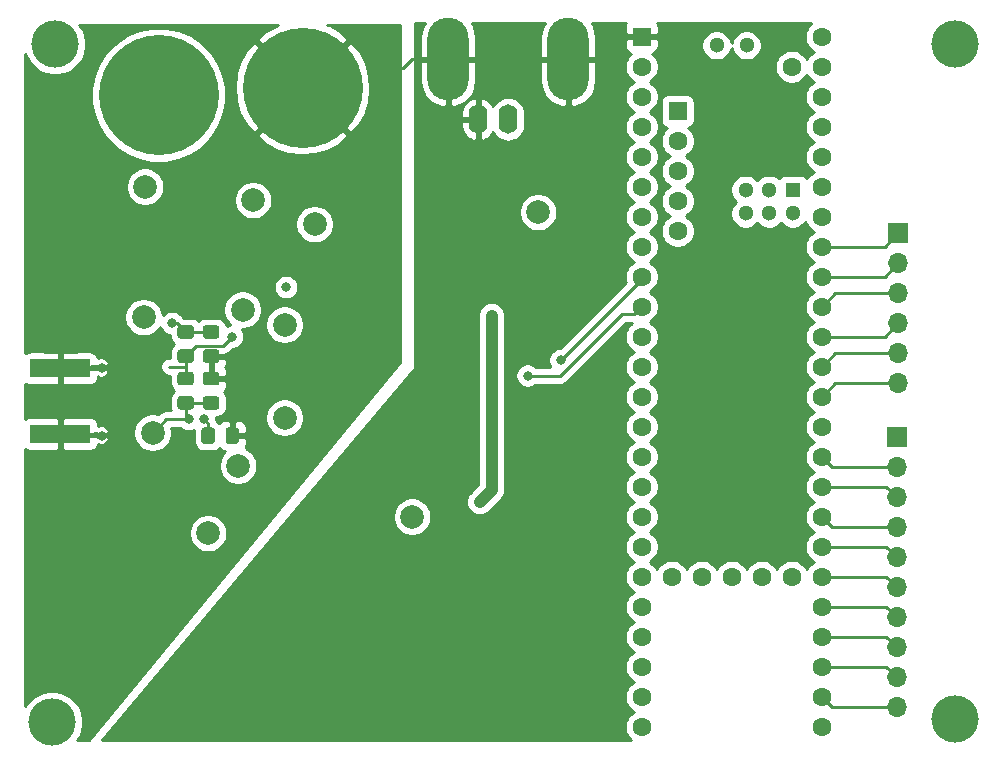
<source format=gbr>
%TF.GenerationSoftware,KiCad,Pcbnew,(5.1.6-0-10_14)*%
%TF.CreationDate,2020-10-21T16:27:26-07:00*%
%TF.ProjectId,AD7766_dev_board,41443737-3636-45f6-9465-765f626f6172,rev?*%
%TF.SameCoordinates,Original*%
%TF.FileFunction,Copper,L2,Bot*%
%TF.FilePolarity,Positive*%
%FSLAX46Y46*%
G04 Gerber Fmt 4.6, Leading zero omitted, Abs format (unit mm)*
G04 Created by KiCad (PCBNEW (5.1.6-0-10_14)) date 2020-10-21 16:27:26*
%MOMM*%
%LPD*%
G01*
G04 APERTURE LIST*
%TA.AperFunction,ComponentPad*%
%ADD10C,4.000000*%
%TD*%
%TA.AperFunction,ComponentPad*%
%ADD11C,2.000000*%
%TD*%
%TA.AperFunction,ComponentPad*%
%ADD12O,1.700000X1.700000*%
%TD*%
%TA.AperFunction,ComponentPad*%
%ADD13R,1.700000X1.700000*%
%TD*%
%TA.AperFunction,ComponentPad*%
%ADD14C,1.300000*%
%TD*%
%TA.AperFunction,ComponentPad*%
%ADD15C,1.600000*%
%TD*%
%TA.AperFunction,ComponentPad*%
%ADD16R,1.300000X1.300000*%
%TD*%
%TA.AperFunction,ComponentPad*%
%ADD17R,1.600000X1.600000*%
%TD*%
%TA.AperFunction,ComponentPad*%
%ADD18C,10.160000*%
%TD*%
%TA.AperFunction,ComponentPad*%
%ADD19O,3.500000X7.000000*%
%TD*%
%TA.AperFunction,ComponentPad*%
%ADD20O,1.600000X2.500000*%
%TD*%
%TA.AperFunction,Conductor*%
%ADD21R,0.950000X0.460000*%
%TD*%
%TA.AperFunction,SMDPad,CuDef*%
%ADD22R,5.080000X1.600000*%
%TD*%
%TA.AperFunction,ViaPad*%
%ADD23C,0.800000*%
%TD*%
%TA.AperFunction,Conductor*%
%ADD24C,0.250000*%
%TD*%
%TA.AperFunction,Conductor*%
%ADD25C,1.000000*%
%TD*%
%TA.AperFunction,Conductor*%
%ADD26C,0.254000*%
%TD*%
G04 APERTURE END LIST*
D10*
%TO.P,H4,1*%
%TO.N,N/C*%
X59055000Y28575000D03*
%TD*%
%TO.P,H3,1*%
%TO.N,N/C*%
X59055000Y-28575000D03*
%TD*%
%TO.P,H2,1*%
%TO.N,N/C*%
X-17145000Y28575000D03*
%TD*%
%TO.P,H1,1*%
%TO.N,N/C*%
X-17399000Y-28829000D03*
%TD*%
D11*
%TO.P,TP19,1*%
%TO.N,/VIN-*%
X2286000Y-3048000D03*
%TD*%
%TO.P,TP18,1*%
%TO.N,/VIN+*%
X2286000Y4826000D03*
%TD*%
%TO.P,TP14,1*%
%TO.N,/VO+*%
X-1651000Y-7112000D03*
%TD*%
%TO.P,TP12,1*%
%TO.N,/VO-*%
X-1270000Y6096000D03*
%TD*%
%TO.P,TP8,1*%
%TO.N,/EXTSYNC*%
X23749000Y14351000D03*
%TD*%
%TO.P,TP7,1*%
%TO.N,/DVDD*%
X13081000Y-11430000D03*
%TD*%
%TO.P,TP6,1*%
%TO.N,/AVDD*%
X4826000Y13335000D03*
%TD*%
%TO.P,TP5,1*%
%TO.N,/VOS2*%
X-8890000Y-4318000D03*
%TD*%
%TO.P,TP4,1*%
%TO.N,+5V*%
X-4191000Y-12827000D03*
%TD*%
%TO.P,TP3,1*%
%TO.N,/VOS1*%
X-9652000Y5461000D03*
%TD*%
%TO.P,TP2,1*%
%TO.N,/VREF*%
X-381000Y15367000D03*
%TD*%
%TO.P,TP1,1*%
%TO.N,+7.5V*%
X-9525000Y16510000D03*
%TD*%
D12*
%TO.P,J4,10*%
%TO.N,/MC8*%
X54102000Y-27559000D03*
%TO.P,J4,9*%
%TO.N,/MC7*%
X54102000Y-25019000D03*
%TO.P,J4,8*%
%TO.N,/MC6*%
X54102000Y-22479000D03*
%TO.P,J4,7*%
%TO.N,/MC5*%
X54102000Y-19939000D03*
%TO.P,J4,6*%
%TO.N,/MC4*%
X54102000Y-17399000D03*
%TO.P,J4,5*%
%TO.N,/MC3*%
X54102000Y-14859000D03*
%TO.P,J4,4*%
%TO.N,/MC2*%
X54102000Y-12319000D03*
%TO.P,J4,3*%
%TO.N,/MC1*%
X54102000Y-9779000D03*
%TO.P,J4,2*%
%TO.N,Net-(J4-Pad2)*%
X54102000Y-7239000D03*
D13*
%TO.P,J4,1*%
%TO.N,/VDRIVE*%
X54102000Y-4699000D03*
%TD*%
D12*
%TO.P,J3,6*%
%TO.N,/EXT6*%
X54229000Y-127000D03*
%TO.P,J3,5*%
%TO.N,/EXT5*%
X54229000Y2413000D03*
%TO.P,J3,4*%
%TO.N,/EXT4*%
X54229000Y4953000D03*
%TO.P,J3,3*%
%TO.N,/EXT3*%
X54229000Y7493000D03*
%TO.P,J3,2*%
%TO.N,/EXT2*%
X54229000Y10033000D03*
D13*
%TO.P,J3,1*%
%TO.N,/EXT1*%
X54229000Y12573000D03*
%TD*%
D14*
%TO.P,U9,67*%
%TO.N,Net-(U9-Pad67)*%
X41402000Y28480000D03*
%TO.P,U9,66*%
%TO.N,Net-(U9-Pad66)*%
X38862000Y28480000D03*
D15*
%TO.P,U9,54*%
%TO.N,Net-(U9-Pad54)*%
X45212000Y-16510000D03*
%TO.P,U9,53*%
%TO.N,Net-(U9-Pad53)*%
X42672000Y-16510000D03*
%TO.P,U9,52*%
%TO.N,Net-(U9-Pad52)*%
X40132000Y-16510000D03*
%TO.P,U9,51*%
%TO.N,Net-(U9-Pad51)*%
X37592000Y-16510000D03*
%TO.P,U9,50*%
%TO.N,Net-(U9-Pad50)*%
X35052000Y-16510000D03*
D14*
%TO.P,U9,62*%
%TO.N,Net-(U9-Pad62)*%
X41313600Y16240000D03*
%TO.P,U9,63*%
%TO.N,Net-(U9-Pad63)*%
X41313600Y14240000D03*
%TO.P,U9,64*%
%TO.N,Net-(U9-Pad64)*%
X43313600Y14240000D03*
%TO.P,U9,61*%
%TO.N,Net-(U9-Pad61)*%
X43313600Y16240000D03*
%TO.P,U9,65*%
%TO.N,Net-(U9-Pad65)*%
X45313600Y14240000D03*
D16*
%TO.P,U9,60*%
%TO.N,Net-(U9-Pad60)*%
X45313600Y16240000D03*
D15*
%TO.P,U9,17*%
%TO.N,Net-(U9-Pad17)*%
X32512000Y-11430000D03*
%TO.P,U9,18*%
%TO.N,Net-(U9-Pad18)*%
X32512000Y-13970000D03*
%TO.P,U9,19*%
%TO.N,Net-(U9-Pad19)*%
X32512000Y-16510000D03*
%TO.P,U9,20*%
%TO.N,Net-(U9-Pad20)*%
X32512000Y-19050000D03*
%TO.P,U9,16*%
%TO.N,Net-(U9-Pad16)*%
X32512000Y-8890000D03*
%TO.P,U9,15*%
%TO.N,/VDRIVE*%
X32512000Y-6350000D03*
%TO.P,U9,14*%
%TO.N,/MISO*%
X32512000Y-3810000D03*
%TO.P,U9,21*%
%TO.N,Net-(U9-Pad21)*%
X32512000Y-21590000D03*
%TO.P,U9,22*%
%TO.N,Net-(U9-Pad22)*%
X32512000Y-24130000D03*
%TO.P,U9,23*%
%TO.N,Net-(U9-Pad23)*%
X32512000Y-26670000D03*
%TO.P,U9,24*%
%TO.N,Net-(U9-Pad24)*%
X32512000Y-29210000D03*
%TO.P,U9,25*%
%TO.N,Net-(U9-Pad25)*%
X47752000Y-29210000D03*
%TO.P,U9,26*%
%TO.N,/MC8*%
X47752000Y-26670000D03*
%TO.P,U9,27*%
%TO.N,/MC7*%
X47752000Y-24130000D03*
%TO.P,U9,28*%
%TO.N,/MC6*%
X47752000Y-21590000D03*
%TO.P,U9,29*%
%TO.N,/MC5*%
X47752000Y-19050000D03*
%TO.P,U9,30*%
%TO.N,/MC4*%
X47752000Y-16510000D03*
%TO.P,U9,31*%
%TO.N,/MC3*%
X47752000Y-13970000D03*
%TO.P,U9,32*%
%TO.N,/MC2*%
X47752000Y-11430000D03*
%TO.P,U9,33*%
%TO.N,/MC1*%
X47752000Y-8890000D03*
%TO.P,U9,34*%
%TO.N,Net-(J4-Pad2)*%
X47752000Y-6350000D03*
%TO.P,U9,13*%
%TO.N,/MOSI*%
X32512000Y-1270000D03*
%TO.P,U9,12*%
%TO.N,Net-(U9-Pad12)*%
X32512000Y1270000D03*
%TO.P,U9,11*%
%TO.N,/CS*%
X32512000Y3810000D03*
%TO.P,U9,10*%
%TO.N,/DRDY*%
X32512000Y6350000D03*
%TO.P,U9,9*%
%TO.N,/MCLK*%
X32512000Y8890000D03*
%TO.P,U9,8*%
%TO.N,/SYNCPD*%
X32512000Y11430000D03*
%TO.P,U9,7*%
%TO.N,/EXTSYNC*%
X32512000Y13970000D03*
%TO.P,U9,6*%
%TO.N,Net-(U9-Pad6)*%
X32512000Y16510000D03*
%TO.P,U9,5*%
%TO.N,Net-(U9-Pad5)*%
X32512000Y19050000D03*
%TO.P,U9,4*%
%TO.N,Net-(U9-Pad4)*%
X32512000Y21590000D03*
%TO.P,U9,3*%
%TO.N,Net-(U9-Pad3)*%
X32512000Y24130000D03*
%TO.P,U9,2*%
%TO.N,Net-(U9-Pad2)*%
X32512000Y26670000D03*
D17*
%TO.P,U9,1*%
%TO.N,GND*%
X32512000Y29210000D03*
D15*
%TO.P,U9,35*%
%TO.N,/SCK*%
X47752000Y-3810000D03*
%TO.P,U9,36*%
%TO.N,/EXT6*%
X47752000Y-1270000D03*
%TO.P,U9,37*%
%TO.N,/EXT5*%
X47752000Y1270000D03*
%TO.P,U9,38*%
%TO.N,/EXT4*%
X47752000Y3810000D03*
%TO.P,U9,39*%
%TO.N,/EXT3*%
X47752000Y6350000D03*
%TO.P,U9,40*%
%TO.N,/EXT2*%
X47752000Y8890000D03*
%TO.P,U9,41*%
%TO.N,/EXT1*%
X47752000Y11430000D03*
%TO.P,U9,42*%
%TO.N,Net-(U9-Pad42)*%
X47752000Y13970000D03*
%TO.P,U9,43*%
%TO.N,Net-(U9-Pad43)*%
X47752000Y16510000D03*
%TO.P,U9,44*%
%TO.N,Net-(U9-Pad44)*%
X47752000Y19050000D03*
%TO.P,U9,45*%
%TO.N,Net-(U9-Pad45)*%
X47752000Y21590000D03*
%TO.P,U9,46*%
%TO.N,Net-(U9-Pad46)*%
X47752000Y24130000D03*
%TO.P,U9,47*%
%TO.N,Net-(U9-Pad47)*%
X47752000Y26670000D03*
%TO.P,U9,48*%
%TO.N,Net-(U9-Pad48)*%
X47752000Y29210000D03*
D17*
%TO.P,U9,55*%
%TO.N,Net-(U9-Pad55)*%
X35562800Y22910800D03*
D15*
%TO.P,U9,56*%
%TO.N,Net-(U9-Pad56)*%
X35562800Y20370800D03*
%TO.P,U9,57*%
%TO.N,Net-(U9-Pad57)*%
X35562800Y17830800D03*
%TO.P,U9,58*%
%TO.N,Net-(U9-Pad58)*%
X35562800Y15290800D03*
%TO.P,U9,59*%
%TO.N,Net-(U9-Pad59)*%
X35562800Y12750800D03*
%TO.P,U9,49*%
%TO.N,Net-(U9-Pad49)*%
X45212000Y26670000D03*
%TD*%
D18*
%TO.P,U2,1*%
%TO.N,GND*%
X3810000Y24892000D03*
%TD*%
%TO.P,U1,1*%
%TO.N,Net-(D1-Pad1)*%
X-8382000Y24257000D03*
%TD*%
%TO.P,R5,2*%
%TO.N,GND*%
%TA.AperFunction,SMDPad,CuDef*%
G36*
G01*
X-3486999Y-321000D02*
X-4387001Y-321000D01*
G75*
G02*
X-4637000Y-71001I0J249999D01*
G01*
X-4637000Y579001D01*
G75*
G02*
X-4387001Y829000I249999J0D01*
G01*
X-3486999Y829000D01*
G75*
G02*
X-3237000Y579001I0J-249999D01*
G01*
X-3237000Y-71001D01*
G75*
G02*
X-3486999Y-321000I-249999J0D01*
G01*
G37*
%TD.AperFunction*%
%TO.P,R5,1*%
%TO.N,/VOS2*%
%TA.AperFunction,SMDPad,CuDef*%
G36*
G01*
X-3486999Y-2371000D02*
X-4387001Y-2371000D01*
G75*
G02*
X-4637000Y-2121001I0J249999D01*
G01*
X-4637000Y-1470999D01*
G75*
G02*
X-4387001Y-1221000I249999J0D01*
G01*
X-3486999Y-1221000D01*
G75*
G02*
X-3237000Y-1470999I0J-249999D01*
G01*
X-3237000Y-2121001D01*
G75*
G02*
X-3486999Y-2371000I-249999J0D01*
G01*
G37*
%TD.AperFunction*%
%TD*%
%TO.P,R4,2*%
%TO.N,/VOS2*%
%TA.AperFunction,SMDPad,CuDef*%
G36*
G01*
X-6537001Y-1212000D02*
X-5636999Y-1212000D01*
G75*
G02*
X-5387000Y-1461999I0J-249999D01*
G01*
X-5387000Y-2112001D01*
G75*
G02*
X-5636999Y-2362000I-249999J0D01*
G01*
X-6537001Y-2362000D01*
G75*
G02*
X-6787000Y-2112001I0J249999D01*
G01*
X-6787000Y-1461999D01*
G75*
G02*
X-6537001Y-1212000I249999J0D01*
G01*
G37*
%TD.AperFunction*%
%TO.P,R4,1*%
%TO.N,/VREF*%
%TA.AperFunction,SMDPad,CuDef*%
G36*
G01*
X-6537001Y838000D02*
X-5636999Y838000D01*
G75*
G02*
X-5387000Y588001I0J-249999D01*
G01*
X-5387000Y-62001D01*
G75*
G02*
X-5636999Y-312000I-249999J0D01*
G01*
X-6537001Y-312000D01*
G75*
G02*
X-6787000Y-62001I0J249999D01*
G01*
X-6787000Y588001D01*
G75*
G02*
X-6537001Y838000I249999J0D01*
G01*
G37*
%TD.AperFunction*%
%TD*%
%TO.P,R2,2*%
%TO.N,GND*%
%TA.AperFunction,SMDPad,CuDef*%
G36*
G01*
X-4387001Y2734000D02*
X-3486999Y2734000D01*
G75*
G02*
X-3237000Y2484001I0J-249999D01*
G01*
X-3237000Y1833999D01*
G75*
G02*
X-3486999Y1584000I-249999J0D01*
G01*
X-4387001Y1584000D01*
G75*
G02*
X-4637000Y1833999I0J249999D01*
G01*
X-4637000Y2484001D01*
G75*
G02*
X-4387001Y2734000I249999J0D01*
G01*
G37*
%TD.AperFunction*%
%TO.P,R2,1*%
%TO.N,/VOS1*%
%TA.AperFunction,SMDPad,CuDef*%
G36*
G01*
X-4387001Y4784000D02*
X-3486999Y4784000D01*
G75*
G02*
X-3237000Y4534001I0J-249999D01*
G01*
X-3237000Y3883999D01*
G75*
G02*
X-3486999Y3634000I-249999J0D01*
G01*
X-4387001Y3634000D01*
G75*
G02*
X-4637000Y3883999I0J249999D01*
G01*
X-4637000Y4534001D01*
G75*
G02*
X-4387001Y4784000I249999J0D01*
G01*
G37*
%TD.AperFunction*%
%TD*%
%TO.P,R1,2*%
%TO.N,/VOS1*%
%TA.AperFunction,SMDPad,CuDef*%
G36*
G01*
X-5645999Y3634000D02*
X-6546001Y3634000D01*
G75*
G02*
X-6796000Y3883999I0J249999D01*
G01*
X-6796000Y4534001D01*
G75*
G02*
X-6546001Y4784000I249999J0D01*
G01*
X-5645999Y4784000D01*
G75*
G02*
X-5396000Y4534001I0J-249999D01*
G01*
X-5396000Y3883999D01*
G75*
G02*
X-5645999Y3634000I-249999J0D01*
G01*
G37*
%TD.AperFunction*%
%TO.P,R1,1*%
%TO.N,/VREF*%
%TA.AperFunction,SMDPad,CuDef*%
G36*
G01*
X-5645999Y1584000D02*
X-6546001Y1584000D01*
G75*
G02*
X-6796000Y1833999I0J249999D01*
G01*
X-6796000Y2484001D01*
G75*
G02*
X-6546001Y2734000I249999J0D01*
G01*
X-5645999Y2734000D01*
G75*
G02*
X-5396000Y2484001I0J-249999D01*
G01*
X-5396000Y1833999D01*
G75*
G02*
X-5645999Y1584000I-249999J0D01*
G01*
G37*
%TD.AperFunction*%
%TD*%
D19*
%TO.P,J2,2*%
%TO.N,GND*%
X26289000Y27305000D03*
D20*
%TO.P,J2,1*%
%TO.N,Net-(J2-Pad1)*%
X21209000Y22225000D03*
D19*
%TO.P,J2,2*%
%TO.N,GND*%
X16129000Y27305000D03*
D20*
X18669000Y22225000D03*
%TD*%
D21*
%TO.N,GND*%
%TO.C,J1*%
X-13716000Y-4507000D03*
X-13716000Y1205000D03*
D22*
%TD*%
%TO.P,J1,2*%
%TO.N,GND*%
X-16706000Y-4421000D03*
%TO.P,J1,2*%
%TO.N,GND*%
X-16706000Y1119000D03*
%TD*%
%TO.P,C10,2*%
%TO.N,GND*%
%TA.AperFunction,SMDPad,CuDef*%
G36*
G01*
X-2716000Y-5022001D02*
X-2716000Y-4121999D01*
G75*
G02*
X-2466001Y-3872000I249999J0D01*
G01*
X-1815999Y-3872000D01*
G75*
G02*
X-1566000Y-4121999I0J-249999D01*
G01*
X-1566000Y-5022001D01*
G75*
G02*
X-1815999Y-5272000I-249999J0D01*
G01*
X-2466001Y-5272000D01*
G75*
G02*
X-2716000Y-5022001I0J249999D01*
G01*
G37*
%TD.AperFunction*%
%TO.P,C10,1*%
%TO.N,+5V*%
%TA.AperFunction,SMDPad,CuDef*%
G36*
G01*
X-4766000Y-5022001D02*
X-4766000Y-4121999D01*
G75*
G02*
X-4516001Y-3872000I249999J0D01*
G01*
X-3865999Y-3872000D01*
G75*
G02*
X-3616000Y-4121999I0J-249999D01*
G01*
X-3616000Y-5022001D01*
G75*
G02*
X-3865999Y-5272000I-249999J0D01*
G01*
X-4516001Y-5272000D01*
G75*
G02*
X-4766000Y-5022001I0J249999D01*
G01*
G37*
%TD.AperFunction*%
%TD*%
D23*
%TO.N,GND*%
X-5846710Y5783993D03*
X-4572000Y5715000D03*
X-10922000Y-14859000D03*
X-15494000Y-15621000D03*
X-8001000Y-13716000D03*
X-8001000Y-10033000D03*
X-5588000Y7112000D03*
X7112000Y10287000D03*
X-13208000Y1143000D03*
X-13208000Y-4572000D03*
X-11811000Y-9271000D03*
X6731000Y18796000D03*
X6604000Y14478000D03*
X8001000Y11811000D03*
X-7620000Y7112000D03*
X7747000Y-120000D03*
X4953000Y-3429000D03*
X4924068Y5051068D03*
X16309743Y-41885D03*
X12192000Y-3175000D03*
X12192000Y-5207000D03*
X12192000Y-7239000D03*
X18288000Y-7239000D03*
X18288000Y-5207000D03*
X18288000Y-3175000D03*
X7620000Y-11049000D03*
X10668000Y-11049000D03*
X15494000Y-17018000D03*
X27940000Y17399000D03*
X11684000Y10668000D03*
X11684000Y3556000D03*
X7620000Y2032000D03*
X-4064000Y7874000D03*
X7239000Y-14859000D03*
X7239000Y-18034000D03*
X-12319000Y8763000D03*
X13970000Y13970000D03*
X11303000Y12700000D03*
%TO.N,+7.5V*%
X19812000Y5588000D03*
X18796000Y-10160000D03*
%TO.N,/VREF*%
X-2159000Y3810000D03*
%TO.N,+5V*%
X-4572000Y-3175000D03*
%TO.N,/VOS1*%
X-7239000Y4953000D03*
%TO.N,/VOS2*%
X-5842000Y-3175000D03*
%TO.N,/MCLK*%
X25654000Y1830000D03*
%TO.N,/DRDY*%
X22860000Y508000D03*
%TO.N,Net-(U3-Pad5)*%
X2413000Y8001000D03*
%TD*%
D24*
%TO.N,GND*%
X-3937000Y2159000D02*
X-3937000Y254000D01*
X-16682000Y1143000D02*
X-16706000Y1119000D01*
X-13208000Y1143000D02*
X-16682000Y1143000D01*
X-16555000Y-4572000D02*
X-16706000Y-4421000D01*
X-13208000Y-4572000D02*
X-16555000Y-4572000D01*
X13462000Y14478000D02*
X14351000Y14478000D01*
X14351000Y14478000D02*
X14986000Y13843000D01*
X11303000Y11811000D02*
X10668000Y12446000D01*
X11303000Y12700000D02*
X11303000Y13335000D01*
X11303000Y13335000D02*
X11176000Y13462000D01*
X11176000Y13462000D02*
X11176000Y14986000D01*
X11176000Y14986000D02*
X11176000Y15621000D01*
X16129000Y27305000D02*
X13081000Y27305000D01*
X13081000Y27305000D02*
X12319000Y26543000D01*
X12319000Y26543000D02*
X11684000Y26543000D01*
D25*
%TO.N,+7.5V*%
X19812000Y5588000D02*
X19812000Y-9144000D01*
X19812000Y-9144000D02*
X18796000Y-10160000D01*
D24*
%TO.N,/VREF*%
X-6096000Y272000D02*
X-6087000Y263000D01*
X-7493000Y1270000D02*
X-6096000Y1270000D01*
X-6096000Y1270000D02*
X-6096000Y272000D01*
X-6096000Y2159000D02*
X-6096000Y1270000D01*
X-2909990Y3059010D02*
X-2159000Y3810000D01*
X-5195990Y3059010D02*
X-2909990Y3059010D01*
X-6096000Y2159000D02*
X-5195990Y3059010D01*
%TO.N,+5V*%
X-4191000Y-3556000D02*
X-4572000Y-3175000D01*
X-4191000Y-4572000D02*
X-4191000Y-3556000D01*
%TO.N,/VOS1*%
X-6840000Y4953000D02*
X-6096000Y4209000D01*
X-7239000Y4953000D02*
X-6840000Y4953000D01*
X-6096000Y4209000D02*
X-3937000Y4209000D01*
%TO.N,/VOS2*%
X-6087000Y-2930000D02*
X-5842000Y-3175000D01*
X-6087000Y-1787000D02*
X-6087000Y-2930000D01*
X-6078000Y-1796000D02*
X-6087000Y-1787000D01*
X-3937000Y-1796000D02*
X-6078000Y-1796000D01*
X-7747000Y-3175000D02*
X-8890000Y-4318000D01*
X-5842000Y-3175000D02*
X-7747000Y-3175000D01*
%TO.N,/MCLK*%
X32512000Y8688000D02*
X32512000Y8890000D01*
X25654000Y1830000D02*
X32512000Y8688000D01*
%TO.N,/DRDY*%
X25632000Y508000D02*
X26405000Y1281000D01*
X22860000Y508000D02*
X25632000Y508000D01*
X26405000Y1281000D02*
X30861000Y5737000D01*
X25654000Y530000D02*
X26405000Y1281000D01*
X31899000Y5737000D02*
X32512000Y6350000D01*
X30861000Y5737000D02*
X31899000Y5737000D01*
%TO.N,/EXT6*%
X48895000Y-127000D02*
X47752000Y-1270000D01*
X54229000Y-127000D02*
X48895000Y-127000D01*
%TO.N,/EXT5*%
X48895000Y2413000D02*
X47752000Y1270000D01*
X54229000Y2413000D02*
X48895000Y2413000D01*
%TO.N,/EXT4*%
X53086000Y3810000D02*
X54229000Y4953000D01*
X47752000Y3810000D02*
X53086000Y3810000D01*
%TO.N,/EXT3*%
X48895000Y7493000D02*
X47752000Y6350000D01*
X54229000Y7493000D02*
X48895000Y7493000D01*
%TO.N,/EXT2*%
X53086000Y8890000D02*
X54229000Y10033000D01*
X47752000Y8890000D02*
X53086000Y8890000D01*
%TO.N,/EXT1*%
X53086000Y11430000D02*
X54229000Y12573000D01*
X47752000Y11430000D02*
X53086000Y11430000D01*
%TO.N,/MC8*%
X48641000Y-27559000D02*
X47752000Y-26670000D01*
X54102000Y-27559000D02*
X48641000Y-27559000D01*
%TO.N,/MC7*%
X53213000Y-24130000D02*
X54102000Y-25019000D01*
X47752000Y-24130000D02*
X53213000Y-24130000D01*
%TO.N,/MC6*%
X53213000Y-21590000D02*
X54102000Y-22479000D01*
X47752000Y-21590000D02*
X53213000Y-21590000D01*
%TO.N,/MC5*%
X53213000Y-19050000D02*
X54102000Y-19939000D01*
X47752000Y-19050000D02*
X53213000Y-19050000D01*
%TO.N,/MC4*%
X53213000Y-16510000D02*
X54102000Y-17399000D01*
X47752000Y-16510000D02*
X53213000Y-16510000D01*
%TO.N,/MC3*%
X53213000Y-13970000D02*
X54102000Y-14859000D01*
X47752000Y-13970000D02*
X53213000Y-13970000D01*
%TO.N,/MC2*%
X48641000Y-12319000D02*
X47752000Y-11430000D01*
X54102000Y-12319000D02*
X48641000Y-12319000D01*
%TO.N,/MC1*%
X53213000Y-8890000D02*
X54102000Y-9779000D01*
X47752000Y-8890000D02*
X53213000Y-8890000D01*
%TO.N,Net-(J4-Pad2)*%
X48641000Y-7239000D02*
X47752000Y-6350000D01*
X54102000Y-7239000D02*
X48641000Y-7239000D01*
%TD*%
D26*
%TO.N,GND*%
G36*
X701921Y29720863D02*
G01*
X538124Y29611416D01*
X-47591Y28929196D01*
X3810000Y25071605D01*
X7667591Y28929196D01*
X7081876Y29611416D01*
X6098296Y30159045D01*
X5890476Y30226000D01*
X12065000Y30226000D01*
X12065000Y1648226D01*
X-14283942Y-30353000D01*
X-15248216Y-30353000D01*
X-15063893Y-30077141D01*
X-14865261Y-29597601D01*
X-14764000Y-29088525D01*
X-14764000Y-28569475D01*
X-14865261Y-28060399D01*
X-15063893Y-27580859D01*
X-15352262Y-27149285D01*
X-15719285Y-26782262D01*
X-16150859Y-26493893D01*
X-16630399Y-26295261D01*
X-17139475Y-26194000D01*
X-17658525Y-26194000D01*
X-18167601Y-26295261D01*
X-18647141Y-26493893D01*
X-19078715Y-26782262D01*
X-19445738Y-27149285D01*
X-19660000Y-27469950D01*
X-19660000Y-12665967D01*
X-5826000Y-12665967D01*
X-5826000Y-12988033D01*
X-5763168Y-13303912D01*
X-5639918Y-13601463D01*
X-5460987Y-13869252D01*
X-5233252Y-14096987D01*
X-4965463Y-14275918D01*
X-4667912Y-14399168D01*
X-4352033Y-14462000D01*
X-4029967Y-14462000D01*
X-3714088Y-14399168D01*
X-3416537Y-14275918D01*
X-3148748Y-14096987D01*
X-2921013Y-13869252D01*
X-2742082Y-13601463D01*
X-2618832Y-13303912D01*
X-2556000Y-12988033D01*
X-2556000Y-12665967D01*
X-2618832Y-12350088D01*
X-2742082Y-12052537D01*
X-2921013Y-11784748D01*
X-3148748Y-11557013D01*
X-3416537Y-11378082D01*
X-3714088Y-11254832D01*
X-4029967Y-11192000D01*
X-4352033Y-11192000D01*
X-4667912Y-11254832D01*
X-4965463Y-11378082D01*
X-5233252Y-11557013D01*
X-5460987Y-11784748D01*
X-5639918Y-12052537D01*
X-5763168Y-12350088D01*
X-5826000Y-12665967D01*
X-19660000Y-12665967D01*
X-19660000Y-5702702D01*
X-19600494Y-5751537D01*
X-19490180Y-5810502D01*
X-19370482Y-5846812D01*
X-19246000Y-5859072D01*
X-16991750Y-5856000D01*
X-16833000Y-5697250D01*
X-16833000Y-4548000D01*
X-16579000Y-4548000D01*
X-16579000Y-5697250D01*
X-16420250Y-5856000D01*
X-14166000Y-5859072D01*
X-14041518Y-5846812D01*
X-13921820Y-5810502D01*
X-13811506Y-5751537D01*
X-13714815Y-5672185D01*
X-13635463Y-5575494D01*
X-13576498Y-5465180D01*
X-13540188Y-5345482D01*
X-13532709Y-5269541D01*
X-13430250Y-5372000D01*
X-13253779Y-5374944D01*
X-13129077Y-5365179D01*
X-13008676Y-5331274D01*
X-12897203Y-5274531D01*
X-12798942Y-5197131D01*
X-12717669Y-5102048D01*
X-12656507Y-4992937D01*
X-12617807Y-4873990D01*
X-12606000Y-4768750D01*
X-12764750Y-4610000D01*
X-13589000Y-4610000D01*
X-13589000Y-4648750D01*
X-13689750Y-4548000D01*
X-16579000Y-4548000D01*
X-16833000Y-4548000D01*
X-16853000Y-4548000D01*
X-16853000Y-4294000D01*
X-16833000Y-4294000D01*
X-16833000Y-3144750D01*
X-16579000Y-3144750D01*
X-16579000Y-4294000D01*
X-14777250Y-4294000D01*
X-14667250Y-4404000D01*
X-13843000Y-4404000D01*
X-13843000Y-4360000D01*
X-13589000Y-4360000D01*
X-13589000Y-4404000D01*
X-12764750Y-4404000D01*
X-12606000Y-4245250D01*
X-12617807Y-4140010D01*
X-12656507Y-4021063D01*
X-12717669Y-3911952D01*
X-12798942Y-3816869D01*
X-12897203Y-3739469D01*
X-13008676Y-3682726D01*
X-13129077Y-3648821D01*
X-13253779Y-3639056D01*
X-13430250Y-3642000D01*
X-13528641Y-3740391D01*
X-13527928Y-3621000D01*
X-13540188Y-3496518D01*
X-13576498Y-3376820D01*
X-13635463Y-3266506D01*
X-13714815Y-3169815D01*
X-13811506Y-3090463D01*
X-13921820Y-3031498D01*
X-14041518Y-2995188D01*
X-14166000Y-2982928D01*
X-16420250Y-2986000D01*
X-16579000Y-3144750D01*
X-16833000Y-3144750D01*
X-16991750Y-2986000D01*
X-19246000Y-2982928D01*
X-19370482Y-2995188D01*
X-19490180Y-3031498D01*
X-19600494Y-3090463D01*
X-19660000Y-3139298D01*
X-19660000Y-162702D01*
X-19600494Y-211537D01*
X-19490180Y-270502D01*
X-19370482Y-306812D01*
X-19246000Y-319072D01*
X-16991750Y-316000D01*
X-16833000Y-157250D01*
X-16833000Y992000D01*
X-16579000Y992000D01*
X-16579000Y-157250D01*
X-16420250Y-316000D01*
X-14166000Y-319072D01*
X-14041518Y-306812D01*
X-13921820Y-270502D01*
X-13811506Y-211537D01*
X-13714815Y-132185D01*
X-13635463Y-35494D01*
X-13576498Y74820D01*
X-13540188Y194518D01*
X-13527928Y319000D01*
X-13528641Y438391D01*
X-13430250Y340000D01*
X-13253779Y337056D01*
X-13129077Y346821D01*
X-13008676Y380726D01*
X-12897203Y437469D01*
X-12798942Y514869D01*
X-12717669Y609952D01*
X-12656507Y719063D01*
X-12617807Y838010D01*
X-12606000Y943250D01*
X-12764750Y1102000D01*
X-13589000Y1102000D01*
X-13589000Y1058000D01*
X-13843000Y1058000D01*
X-13843000Y1102000D01*
X-14667250Y1102000D01*
X-14777250Y992000D01*
X-16579000Y992000D01*
X-16833000Y992000D01*
X-16853000Y992000D01*
X-16853000Y1246000D01*
X-16833000Y1246000D01*
X-16833000Y2395250D01*
X-16579000Y2395250D01*
X-16579000Y1246000D01*
X-13689750Y1246000D01*
X-13589000Y1346750D01*
X-13589000Y1308000D01*
X-12764750Y1308000D01*
X-12606000Y1466750D01*
X-12617807Y1571990D01*
X-12656507Y1690937D01*
X-12717669Y1800048D01*
X-12798942Y1895131D01*
X-12897203Y1972531D01*
X-13008676Y2029274D01*
X-13129077Y2063179D01*
X-13253779Y2072944D01*
X-13430250Y2070000D01*
X-13532709Y1967541D01*
X-13540188Y2043482D01*
X-13576498Y2163180D01*
X-13635463Y2273494D01*
X-13714815Y2370185D01*
X-13811506Y2449537D01*
X-13921820Y2508502D01*
X-14041518Y2544812D01*
X-14166000Y2557072D01*
X-16420250Y2554000D01*
X-16579000Y2395250D01*
X-16833000Y2395250D01*
X-16991750Y2554000D01*
X-19246000Y2557072D01*
X-19370482Y2544812D01*
X-19490180Y2508502D01*
X-19600494Y2449537D01*
X-19660000Y2400702D01*
X-19660000Y5622033D01*
X-11287000Y5622033D01*
X-11287000Y5299967D01*
X-11224168Y4984088D01*
X-11100918Y4686537D01*
X-10921987Y4418748D01*
X-10694252Y4191013D01*
X-10426463Y4012082D01*
X-10128912Y3888832D01*
X-9813033Y3826000D01*
X-9490967Y3826000D01*
X-9175088Y3888832D01*
X-8877537Y4012082D01*
X-8609748Y4191013D01*
X-8382013Y4418748D01*
X-8231368Y4644203D01*
X-8156205Y4462744D01*
X-8042937Y4293226D01*
X-7898774Y4149063D01*
X-7729256Y4035795D01*
X-7540898Y3957774D01*
X-7434072Y3936525D01*
X-7434072Y3883999D01*
X-7417008Y3710745D01*
X-7366472Y3544149D01*
X-7284405Y3390613D01*
X-7173962Y3256038D01*
X-7086184Y3184000D01*
X-7173962Y3111962D01*
X-7284405Y2977387D01*
X-7366472Y2823851D01*
X-7417008Y2657255D01*
X-7434072Y2484001D01*
X-7434072Y2030000D01*
X-7530333Y2030000D01*
X-7641986Y2019003D01*
X-7785247Y1975546D01*
X-7917276Y1904974D01*
X-8033001Y1810001D01*
X-8127974Y1694276D01*
X-8198546Y1562247D01*
X-8242003Y1418986D01*
X-8256677Y1270000D01*
X-8242003Y1121014D01*
X-8198546Y977753D01*
X-8127974Y845724D01*
X-8033001Y729999D01*
X-7917276Y635026D01*
X-7785247Y564454D01*
X-7641986Y520997D01*
X-7530333Y510000D01*
X-7425072Y510000D01*
X-7425072Y-62001D01*
X-7408008Y-235255D01*
X-7357472Y-401851D01*
X-7275405Y-555387D01*
X-7164962Y-689962D01*
X-7077184Y-762000D01*
X-7164962Y-834038D01*
X-7275405Y-968613D01*
X-7357472Y-1122149D01*
X-7408008Y-1288745D01*
X-7425072Y-1461999D01*
X-7425072Y-2112001D01*
X-7408008Y-2285255D01*
X-7368651Y-2415000D01*
X-7709678Y-2415000D01*
X-7747001Y-2411324D01*
X-7784324Y-2415000D01*
X-7784333Y-2415000D01*
X-7895986Y-2425997D01*
X-8010886Y-2460851D01*
X-8039247Y-2469454D01*
X-8171277Y-2540026D01*
X-8250919Y-2605387D01*
X-8287001Y-2634999D01*
X-8310799Y-2663997D01*
X-8398625Y-2751823D01*
X-8413088Y-2745832D01*
X-8728967Y-2683000D01*
X-9051033Y-2683000D01*
X-9366912Y-2745832D01*
X-9664463Y-2869082D01*
X-9932252Y-3048013D01*
X-10159987Y-3275748D01*
X-10338918Y-3543537D01*
X-10462168Y-3841088D01*
X-10525000Y-4156967D01*
X-10525000Y-4479033D01*
X-10462168Y-4794912D01*
X-10338918Y-5092463D01*
X-10159987Y-5360252D01*
X-9932252Y-5587987D01*
X-9664463Y-5766918D01*
X-9366912Y-5890168D01*
X-9051033Y-5953000D01*
X-8728967Y-5953000D01*
X-8413088Y-5890168D01*
X-8115537Y-5766918D01*
X-7847748Y-5587987D01*
X-7620013Y-5360252D01*
X-7441082Y-5092463D01*
X-7317832Y-4794912D01*
X-7255000Y-4479033D01*
X-7255000Y-4156967D01*
X-7299152Y-3935000D01*
X-6545711Y-3935000D01*
X-6501774Y-3978937D01*
X-6332256Y-4092205D01*
X-6143898Y-4170226D01*
X-5943939Y-4210000D01*
X-5740061Y-4210000D01*
X-5540102Y-4170226D01*
X-5403238Y-4113535D01*
X-5404072Y-4121999D01*
X-5404072Y-5022001D01*
X-5387008Y-5195255D01*
X-5336472Y-5361851D01*
X-5254405Y-5515387D01*
X-5143962Y-5649962D01*
X-5009387Y-5760405D01*
X-4855851Y-5842472D01*
X-4689255Y-5893008D01*
X-4516001Y-5910072D01*
X-3865999Y-5910072D01*
X-3692745Y-5893008D01*
X-3526149Y-5842472D01*
X-3372613Y-5760405D01*
X-3238038Y-5649962D01*
X-3232658Y-5643406D01*
X-3167185Y-5723185D01*
X-3070494Y-5802537D01*
X-2960180Y-5861502D01*
X-2840482Y-5897812D01*
X-2757249Y-5906010D01*
X-2920987Y-6069748D01*
X-3099918Y-6337537D01*
X-3223168Y-6635088D01*
X-3286000Y-6950967D01*
X-3286000Y-7273033D01*
X-3223168Y-7588912D01*
X-3099918Y-7886463D01*
X-2920987Y-8154252D01*
X-2693252Y-8381987D01*
X-2425463Y-8560918D01*
X-2127912Y-8684168D01*
X-1812033Y-8747000D01*
X-1489967Y-8747000D01*
X-1174088Y-8684168D01*
X-876537Y-8560918D01*
X-608748Y-8381987D01*
X-381013Y-8154252D01*
X-202082Y-7886463D01*
X-78832Y-7588912D01*
X-16000Y-7273033D01*
X-16000Y-6950967D01*
X-78832Y-6635088D01*
X-202082Y-6337537D01*
X-381013Y-6069748D01*
X-608748Y-5842013D01*
X-876537Y-5663082D01*
X-1022666Y-5602553D01*
X-976498Y-5516180D01*
X-940188Y-5396482D01*
X-927928Y-5272000D01*
X-931000Y-4857750D01*
X-1089750Y-4699000D01*
X-2014000Y-4699000D01*
X-2014000Y-4719000D01*
X-2268000Y-4719000D01*
X-2268000Y-4699000D01*
X-2288000Y-4699000D01*
X-2288000Y-4445000D01*
X-2268000Y-4445000D01*
X-2268000Y-3395750D01*
X-2014000Y-3395750D01*
X-2014000Y-4445000D01*
X-1089750Y-4445000D01*
X-931000Y-4286250D01*
X-927928Y-3872000D01*
X-940188Y-3747518D01*
X-976498Y-3627820D01*
X-1035463Y-3517506D01*
X-1114815Y-3420815D01*
X-1211506Y-3341463D01*
X-1321820Y-3282498D01*
X-1441518Y-3246188D01*
X-1566000Y-3233928D01*
X-1855250Y-3237000D01*
X-2014000Y-3395750D01*
X-2268000Y-3395750D01*
X-2426750Y-3237000D01*
X-2716000Y-3233928D01*
X-2840482Y-3246188D01*
X-2960180Y-3282498D01*
X-3070494Y-3341463D01*
X-3167185Y-3420815D01*
X-3232658Y-3500594D01*
X-3238038Y-3494038D01*
X-3372613Y-3383595D01*
X-3463903Y-3334799D01*
X-3485454Y-3263753D01*
X-3537000Y-3167319D01*
X-3537000Y-3073061D01*
X-3549728Y-3009072D01*
X-3486999Y-3009072D01*
X-3313745Y-2992008D01*
X-3147149Y-2941472D01*
X-3045178Y-2886967D01*
X651000Y-2886967D01*
X651000Y-3209033D01*
X713832Y-3524912D01*
X837082Y-3822463D01*
X1016013Y-4090252D01*
X1243748Y-4317987D01*
X1511537Y-4496918D01*
X1809088Y-4620168D01*
X2124967Y-4683000D01*
X2447033Y-4683000D01*
X2762912Y-4620168D01*
X3060463Y-4496918D01*
X3328252Y-4317987D01*
X3555987Y-4090252D01*
X3734918Y-3822463D01*
X3858168Y-3524912D01*
X3921000Y-3209033D01*
X3921000Y-2886967D01*
X3858168Y-2571088D01*
X3734918Y-2273537D01*
X3555987Y-2005748D01*
X3328252Y-1778013D01*
X3060463Y-1599082D01*
X2762912Y-1475832D01*
X2447033Y-1413000D01*
X2124967Y-1413000D01*
X1809088Y-1475832D01*
X1511537Y-1599082D01*
X1243748Y-1778013D01*
X1016013Y-2005748D01*
X837082Y-2273537D01*
X713832Y-2571088D01*
X651000Y-2886967D01*
X-3045178Y-2886967D01*
X-2993613Y-2859405D01*
X-2859038Y-2748962D01*
X-2748595Y-2614387D01*
X-2666528Y-2460851D01*
X-2615992Y-2294255D01*
X-2598928Y-2121001D01*
X-2598928Y-1470999D01*
X-2615992Y-1297745D01*
X-2666528Y-1131149D01*
X-2748595Y-977613D01*
X-2859038Y-843038D01*
X-2865594Y-837658D01*
X-2785815Y-772185D01*
X-2706463Y-675494D01*
X-2647498Y-565180D01*
X-2611188Y-445482D01*
X-2598928Y-321000D01*
X-2602000Y-31750D01*
X-2760750Y127000D01*
X-3810000Y127000D01*
X-3810000Y107000D01*
X-4064000Y107000D01*
X-4064000Y127000D01*
X-4084000Y127000D01*
X-4084000Y381000D01*
X-4064000Y381000D01*
X-4064000Y2032000D01*
X-3810000Y2032000D01*
X-3810000Y381000D01*
X-2760750Y381000D01*
X-2602000Y539750D01*
X-2598928Y829000D01*
X-2611188Y953482D01*
X-2647498Y1073180D01*
X-2706463Y1183494D01*
X-2725343Y1206500D01*
X-2706463Y1229506D01*
X-2647498Y1339820D01*
X-2611188Y1459518D01*
X-2598928Y1584000D01*
X-2602000Y1873250D01*
X-2760750Y2032000D01*
X-3810000Y2032000D01*
X-4064000Y2032000D01*
X-4084000Y2032000D01*
X-4084000Y2286000D01*
X-4064000Y2286000D01*
X-4064000Y2299010D01*
X-3810000Y2299010D01*
X-3810000Y2286000D01*
X-2760750Y2286000D01*
X-2726179Y2320571D01*
X-2617743Y2353464D01*
X-2485714Y2424036D01*
X-2369989Y2519009D01*
X-2346187Y2548012D01*
X-2119199Y2775000D01*
X-2057061Y2775000D01*
X-1857102Y2814774D01*
X-1668744Y2892795D01*
X-1499226Y3006063D01*
X-1355063Y3150226D01*
X-1241795Y3319744D01*
X-1163774Y3508102D01*
X-1124000Y3708061D01*
X-1124000Y3911939D01*
X-1163774Y4111898D01*
X-1241795Y4300256D01*
X-1349200Y4461000D01*
X-1108967Y4461000D01*
X-793088Y4523832D01*
X-495537Y4647082D01*
X-227748Y4826013D01*
X-66728Y4987033D01*
X651000Y4987033D01*
X651000Y4664967D01*
X713832Y4349088D01*
X837082Y4051537D01*
X1016013Y3783748D01*
X1243748Y3556013D01*
X1511537Y3377082D01*
X1809088Y3253832D01*
X2124967Y3191000D01*
X2447033Y3191000D01*
X2762912Y3253832D01*
X3060463Y3377082D01*
X3328252Y3556013D01*
X3555987Y3783748D01*
X3734918Y4051537D01*
X3858168Y4349088D01*
X3921000Y4664967D01*
X3921000Y4987033D01*
X3858168Y5302912D01*
X3734918Y5600463D01*
X3555987Y5868252D01*
X3328252Y6095987D01*
X3060463Y6274918D01*
X2762912Y6398168D01*
X2447033Y6461000D01*
X2124967Y6461000D01*
X1809088Y6398168D01*
X1511537Y6274918D01*
X1243748Y6095987D01*
X1016013Y5868252D01*
X837082Y5600463D01*
X713832Y5302912D01*
X651000Y4987033D01*
X-66728Y4987033D01*
X-13Y5053748D01*
X178918Y5321537D01*
X302168Y5619088D01*
X365000Y5934967D01*
X365000Y6257033D01*
X302168Y6572912D01*
X178918Y6870463D01*
X-13Y7138252D01*
X-227748Y7365987D01*
X-495537Y7544918D01*
X-793088Y7668168D01*
X-1108967Y7731000D01*
X-1431033Y7731000D01*
X-1746912Y7668168D01*
X-2044463Y7544918D01*
X-2312252Y7365987D01*
X-2539987Y7138252D01*
X-2718918Y6870463D01*
X-2842168Y6572912D01*
X-2905000Y6257033D01*
X-2905000Y5934967D01*
X-2842168Y5619088D01*
X-2718918Y5321537D01*
X-2539987Y5053748D01*
X-2319576Y4833337D01*
X-2460898Y4805226D01*
X-2625081Y4737219D01*
X-2666528Y4873851D01*
X-2748595Y5027387D01*
X-2859038Y5161962D01*
X-2993613Y5272405D01*
X-3147149Y5354472D01*
X-3313745Y5405008D01*
X-3486999Y5422072D01*
X-4387001Y5422072D01*
X-4560255Y5405008D01*
X-4726851Y5354472D01*
X-4880387Y5272405D01*
X-5014962Y5161962D01*
X-5016500Y5160088D01*
X-5018038Y5161962D01*
X-5152613Y5272405D01*
X-5306149Y5354472D01*
X-5472745Y5405008D01*
X-5645999Y5422072D01*
X-6234271Y5422072D01*
X-6276197Y5463998D01*
X-6299999Y5493001D01*
X-6415724Y5587974D01*
X-6420030Y5590276D01*
X-6435063Y5612774D01*
X-6579226Y5756937D01*
X-6748744Y5870205D01*
X-6937102Y5948226D01*
X-7137061Y5988000D01*
X-7340939Y5988000D01*
X-7540898Y5948226D01*
X-7729256Y5870205D01*
X-7898774Y5756937D01*
X-8019767Y5635944D01*
X-8079832Y5937912D01*
X-8203082Y6235463D01*
X-8382013Y6503252D01*
X-8609748Y6730987D01*
X-8877537Y6909918D01*
X-9175088Y7033168D01*
X-9490967Y7096000D01*
X-9813033Y7096000D01*
X-10128912Y7033168D01*
X-10426463Y6909918D01*
X-10694252Y6730987D01*
X-10921987Y6503252D01*
X-11100918Y6235463D01*
X-11224168Y5937912D01*
X-11287000Y5622033D01*
X-19660000Y5622033D01*
X-19660000Y8102939D01*
X1378000Y8102939D01*
X1378000Y7899061D01*
X1417774Y7699102D01*
X1495795Y7510744D01*
X1609063Y7341226D01*
X1753226Y7197063D01*
X1922744Y7083795D01*
X2111102Y7005774D01*
X2311061Y6966000D01*
X2514939Y6966000D01*
X2714898Y7005774D01*
X2903256Y7083795D01*
X3072774Y7197063D01*
X3216937Y7341226D01*
X3330205Y7510744D01*
X3408226Y7699102D01*
X3448000Y7899061D01*
X3448000Y8102939D01*
X3408226Y8302898D01*
X3330205Y8491256D01*
X3216937Y8660774D01*
X3072774Y8804937D01*
X2903256Y8918205D01*
X2714898Y8996226D01*
X2514939Y9036000D01*
X2311061Y9036000D01*
X2111102Y8996226D01*
X1922744Y8918205D01*
X1753226Y8804937D01*
X1609063Y8660774D01*
X1495795Y8491256D01*
X1417774Y8302898D01*
X1378000Y8102939D01*
X-19660000Y8102939D01*
X-19660000Y13496033D01*
X3191000Y13496033D01*
X3191000Y13173967D01*
X3253832Y12858088D01*
X3377082Y12560537D01*
X3556013Y12292748D01*
X3783748Y12065013D01*
X4051537Y11886082D01*
X4349088Y11762832D01*
X4664967Y11700000D01*
X4987033Y11700000D01*
X5302912Y11762832D01*
X5600463Y11886082D01*
X5868252Y12065013D01*
X6095987Y12292748D01*
X6274918Y12560537D01*
X6398168Y12858088D01*
X6461000Y13173967D01*
X6461000Y13496033D01*
X6398168Y13811912D01*
X6274918Y14109463D01*
X6095987Y14377252D01*
X5868252Y14604987D01*
X5600463Y14783918D01*
X5302912Y14907168D01*
X4987033Y14970000D01*
X4664967Y14970000D01*
X4349088Y14907168D01*
X4051537Y14783918D01*
X3783748Y14604987D01*
X3556013Y14377252D01*
X3377082Y14109463D01*
X3253832Y13811912D01*
X3191000Y13496033D01*
X-19660000Y13496033D01*
X-19660000Y16671033D01*
X-11160000Y16671033D01*
X-11160000Y16348967D01*
X-11097168Y16033088D01*
X-10973918Y15735537D01*
X-10794987Y15467748D01*
X-10567252Y15240013D01*
X-10299463Y15061082D01*
X-10001912Y14937832D01*
X-9686033Y14875000D01*
X-9363967Y14875000D01*
X-9048088Y14937832D01*
X-8750537Y15061082D01*
X-8482748Y15240013D01*
X-8255013Y15467748D01*
X-8214732Y15528033D01*
X-2016000Y15528033D01*
X-2016000Y15205967D01*
X-1953168Y14890088D01*
X-1829918Y14592537D01*
X-1650987Y14324748D01*
X-1423252Y14097013D01*
X-1155463Y13918082D01*
X-857912Y13794832D01*
X-542033Y13732000D01*
X-219967Y13732000D01*
X95912Y13794832D01*
X393463Y13918082D01*
X661252Y14097013D01*
X888987Y14324748D01*
X1067918Y14592537D01*
X1191168Y14890088D01*
X1254000Y15205967D01*
X1254000Y15528033D01*
X1191168Y15843912D01*
X1067918Y16141463D01*
X888987Y16409252D01*
X661252Y16636987D01*
X393463Y16815918D01*
X95912Y16939168D01*
X-219967Y17002000D01*
X-542033Y17002000D01*
X-857912Y16939168D01*
X-1155463Y16815918D01*
X-1423252Y16636987D01*
X-1650987Y16409252D01*
X-1829918Y16141463D01*
X-1953168Y15843912D01*
X-2016000Y15528033D01*
X-8214732Y15528033D01*
X-8076082Y15735537D01*
X-7952832Y16033088D01*
X-7890000Y16348967D01*
X-7890000Y16671033D01*
X-7952832Y16986912D01*
X-8076082Y17284463D01*
X-8255013Y17552252D01*
X-8482748Y17779987D01*
X-8750537Y17958918D01*
X-9048088Y18082168D01*
X-9363967Y18145000D01*
X-9686033Y18145000D01*
X-10001912Y18082168D01*
X-10299463Y17958918D01*
X-10567252Y17779987D01*
X-10794987Y17552252D01*
X-10973918Y17284463D01*
X-11097168Y16986912D01*
X-11160000Y16671033D01*
X-19660000Y16671033D01*
X-19660000Y24819878D01*
X-14097000Y24819878D01*
X-14097000Y23694122D01*
X-13877375Y22589996D01*
X-13446567Y21549933D01*
X-12821130Y20613900D01*
X-12025100Y19817870D01*
X-11089067Y19192433D01*
X-10049004Y18761625D01*
X-8944878Y18542000D01*
X-7819122Y18542000D01*
X-6714996Y18761625D01*
X-5674933Y19192433D01*
X-4738900Y19817870D01*
X-3942870Y20613900D01*
X-3781904Y20854804D01*
X-47591Y20854804D01*
X538124Y20172584D01*
X1521704Y19624955D01*
X2593223Y19279735D01*
X3711501Y19150192D01*
X4833565Y19241303D01*
X5916294Y19549567D01*
X6918079Y20063137D01*
X7081876Y20172584D01*
X7667591Y20854804D01*
X3810000Y24712395D01*
X-47591Y20854804D01*
X-3781904Y20854804D01*
X-3317433Y21549933D01*
X-2886625Y22589996D01*
X-2667000Y23694122D01*
X-2667000Y24819878D01*
X-2700938Y24990499D01*
X-1931808Y24990499D01*
X-1840697Y23868435D01*
X-1532433Y22785706D01*
X-1018863Y21783921D01*
X-909416Y21620124D01*
X-227196Y21034409D01*
X3630395Y24892000D01*
X3989605Y24892000D01*
X7847196Y21034409D01*
X8529416Y21620124D01*
X9077045Y22603704D01*
X9422265Y23675223D01*
X9551808Y24793501D01*
X9460697Y25915565D01*
X9152433Y26998294D01*
X8638863Y28000079D01*
X8529416Y28163876D01*
X7847196Y28749591D01*
X3989605Y24892000D01*
X3630395Y24892000D01*
X-227196Y28749591D01*
X-909416Y28163876D01*
X-1457045Y27180296D01*
X-1802265Y26108777D01*
X-1931808Y24990499D01*
X-2700938Y24990499D01*
X-2886625Y25924004D01*
X-3317433Y26964067D01*
X-3942870Y27900100D01*
X-4738900Y28696130D01*
X-5674933Y29321567D01*
X-6714996Y29752375D01*
X-7819122Y29972000D01*
X-8944878Y29972000D01*
X-10049004Y29752375D01*
X-11089067Y29321567D01*
X-12025100Y28696130D01*
X-12821130Y27900100D01*
X-13446567Y26964067D01*
X-13877375Y25924004D01*
X-14097000Y24819878D01*
X-19660000Y24819878D01*
X-19660000Y27761159D01*
X-19480107Y27326859D01*
X-19191738Y26895285D01*
X-18824715Y26528262D01*
X-18393141Y26239893D01*
X-17913601Y26041261D01*
X-17404525Y25940000D01*
X-16885475Y25940000D01*
X-16376399Y26041261D01*
X-15896859Y26239893D01*
X-15465285Y26528262D01*
X-15098262Y26895285D01*
X-14809893Y27326859D01*
X-14611261Y27806399D01*
X-14510000Y28315475D01*
X-14510000Y28834525D01*
X-14611261Y29343601D01*
X-14809893Y29823141D01*
X-15079075Y30226000D01*
X1687256Y30226000D01*
X701921Y29720863D01*
G37*
X701921Y29720863D02*
X538124Y29611416D01*
X-47591Y28929196D01*
X3810000Y25071605D01*
X7667591Y28929196D01*
X7081876Y29611416D01*
X6098296Y30159045D01*
X5890476Y30226000D01*
X12065000Y30226000D01*
X12065000Y1648226D01*
X-14283942Y-30353000D01*
X-15248216Y-30353000D01*
X-15063893Y-30077141D01*
X-14865261Y-29597601D01*
X-14764000Y-29088525D01*
X-14764000Y-28569475D01*
X-14865261Y-28060399D01*
X-15063893Y-27580859D01*
X-15352262Y-27149285D01*
X-15719285Y-26782262D01*
X-16150859Y-26493893D01*
X-16630399Y-26295261D01*
X-17139475Y-26194000D01*
X-17658525Y-26194000D01*
X-18167601Y-26295261D01*
X-18647141Y-26493893D01*
X-19078715Y-26782262D01*
X-19445738Y-27149285D01*
X-19660000Y-27469950D01*
X-19660000Y-12665967D01*
X-5826000Y-12665967D01*
X-5826000Y-12988033D01*
X-5763168Y-13303912D01*
X-5639918Y-13601463D01*
X-5460987Y-13869252D01*
X-5233252Y-14096987D01*
X-4965463Y-14275918D01*
X-4667912Y-14399168D01*
X-4352033Y-14462000D01*
X-4029967Y-14462000D01*
X-3714088Y-14399168D01*
X-3416537Y-14275918D01*
X-3148748Y-14096987D01*
X-2921013Y-13869252D01*
X-2742082Y-13601463D01*
X-2618832Y-13303912D01*
X-2556000Y-12988033D01*
X-2556000Y-12665967D01*
X-2618832Y-12350088D01*
X-2742082Y-12052537D01*
X-2921013Y-11784748D01*
X-3148748Y-11557013D01*
X-3416537Y-11378082D01*
X-3714088Y-11254832D01*
X-4029967Y-11192000D01*
X-4352033Y-11192000D01*
X-4667912Y-11254832D01*
X-4965463Y-11378082D01*
X-5233252Y-11557013D01*
X-5460987Y-11784748D01*
X-5639918Y-12052537D01*
X-5763168Y-12350088D01*
X-5826000Y-12665967D01*
X-19660000Y-12665967D01*
X-19660000Y-5702702D01*
X-19600494Y-5751537D01*
X-19490180Y-5810502D01*
X-19370482Y-5846812D01*
X-19246000Y-5859072D01*
X-16991750Y-5856000D01*
X-16833000Y-5697250D01*
X-16833000Y-4548000D01*
X-16579000Y-4548000D01*
X-16579000Y-5697250D01*
X-16420250Y-5856000D01*
X-14166000Y-5859072D01*
X-14041518Y-5846812D01*
X-13921820Y-5810502D01*
X-13811506Y-5751537D01*
X-13714815Y-5672185D01*
X-13635463Y-5575494D01*
X-13576498Y-5465180D01*
X-13540188Y-5345482D01*
X-13532709Y-5269541D01*
X-13430250Y-5372000D01*
X-13253779Y-5374944D01*
X-13129077Y-5365179D01*
X-13008676Y-5331274D01*
X-12897203Y-5274531D01*
X-12798942Y-5197131D01*
X-12717669Y-5102048D01*
X-12656507Y-4992937D01*
X-12617807Y-4873990D01*
X-12606000Y-4768750D01*
X-12764750Y-4610000D01*
X-13589000Y-4610000D01*
X-13589000Y-4648750D01*
X-13689750Y-4548000D01*
X-16579000Y-4548000D01*
X-16833000Y-4548000D01*
X-16853000Y-4548000D01*
X-16853000Y-4294000D01*
X-16833000Y-4294000D01*
X-16833000Y-3144750D01*
X-16579000Y-3144750D01*
X-16579000Y-4294000D01*
X-14777250Y-4294000D01*
X-14667250Y-4404000D01*
X-13843000Y-4404000D01*
X-13843000Y-4360000D01*
X-13589000Y-4360000D01*
X-13589000Y-4404000D01*
X-12764750Y-4404000D01*
X-12606000Y-4245250D01*
X-12617807Y-4140010D01*
X-12656507Y-4021063D01*
X-12717669Y-3911952D01*
X-12798942Y-3816869D01*
X-12897203Y-3739469D01*
X-13008676Y-3682726D01*
X-13129077Y-3648821D01*
X-13253779Y-3639056D01*
X-13430250Y-3642000D01*
X-13528641Y-3740391D01*
X-13527928Y-3621000D01*
X-13540188Y-3496518D01*
X-13576498Y-3376820D01*
X-13635463Y-3266506D01*
X-13714815Y-3169815D01*
X-13811506Y-3090463D01*
X-13921820Y-3031498D01*
X-14041518Y-2995188D01*
X-14166000Y-2982928D01*
X-16420250Y-2986000D01*
X-16579000Y-3144750D01*
X-16833000Y-3144750D01*
X-16991750Y-2986000D01*
X-19246000Y-2982928D01*
X-19370482Y-2995188D01*
X-19490180Y-3031498D01*
X-19600494Y-3090463D01*
X-19660000Y-3139298D01*
X-19660000Y-162702D01*
X-19600494Y-211537D01*
X-19490180Y-270502D01*
X-19370482Y-306812D01*
X-19246000Y-319072D01*
X-16991750Y-316000D01*
X-16833000Y-157250D01*
X-16833000Y992000D01*
X-16579000Y992000D01*
X-16579000Y-157250D01*
X-16420250Y-316000D01*
X-14166000Y-319072D01*
X-14041518Y-306812D01*
X-13921820Y-270502D01*
X-13811506Y-211537D01*
X-13714815Y-132185D01*
X-13635463Y-35494D01*
X-13576498Y74820D01*
X-13540188Y194518D01*
X-13527928Y319000D01*
X-13528641Y438391D01*
X-13430250Y340000D01*
X-13253779Y337056D01*
X-13129077Y346821D01*
X-13008676Y380726D01*
X-12897203Y437469D01*
X-12798942Y514869D01*
X-12717669Y609952D01*
X-12656507Y719063D01*
X-12617807Y838010D01*
X-12606000Y943250D01*
X-12764750Y1102000D01*
X-13589000Y1102000D01*
X-13589000Y1058000D01*
X-13843000Y1058000D01*
X-13843000Y1102000D01*
X-14667250Y1102000D01*
X-14777250Y992000D01*
X-16579000Y992000D01*
X-16833000Y992000D01*
X-16853000Y992000D01*
X-16853000Y1246000D01*
X-16833000Y1246000D01*
X-16833000Y2395250D01*
X-16579000Y2395250D01*
X-16579000Y1246000D01*
X-13689750Y1246000D01*
X-13589000Y1346750D01*
X-13589000Y1308000D01*
X-12764750Y1308000D01*
X-12606000Y1466750D01*
X-12617807Y1571990D01*
X-12656507Y1690937D01*
X-12717669Y1800048D01*
X-12798942Y1895131D01*
X-12897203Y1972531D01*
X-13008676Y2029274D01*
X-13129077Y2063179D01*
X-13253779Y2072944D01*
X-13430250Y2070000D01*
X-13532709Y1967541D01*
X-13540188Y2043482D01*
X-13576498Y2163180D01*
X-13635463Y2273494D01*
X-13714815Y2370185D01*
X-13811506Y2449537D01*
X-13921820Y2508502D01*
X-14041518Y2544812D01*
X-14166000Y2557072D01*
X-16420250Y2554000D01*
X-16579000Y2395250D01*
X-16833000Y2395250D01*
X-16991750Y2554000D01*
X-19246000Y2557072D01*
X-19370482Y2544812D01*
X-19490180Y2508502D01*
X-19600494Y2449537D01*
X-19660000Y2400702D01*
X-19660000Y5622033D01*
X-11287000Y5622033D01*
X-11287000Y5299967D01*
X-11224168Y4984088D01*
X-11100918Y4686537D01*
X-10921987Y4418748D01*
X-10694252Y4191013D01*
X-10426463Y4012082D01*
X-10128912Y3888832D01*
X-9813033Y3826000D01*
X-9490967Y3826000D01*
X-9175088Y3888832D01*
X-8877537Y4012082D01*
X-8609748Y4191013D01*
X-8382013Y4418748D01*
X-8231368Y4644203D01*
X-8156205Y4462744D01*
X-8042937Y4293226D01*
X-7898774Y4149063D01*
X-7729256Y4035795D01*
X-7540898Y3957774D01*
X-7434072Y3936525D01*
X-7434072Y3883999D01*
X-7417008Y3710745D01*
X-7366472Y3544149D01*
X-7284405Y3390613D01*
X-7173962Y3256038D01*
X-7086184Y3184000D01*
X-7173962Y3111962D01*
X-7284405Y2977387D01*
X-7366472Y2823851D01*
X-7417008Y2657255D01*
X-7434072Y2484001D01*
X-7434072Y2030000D01*
X-7530333Y2030000D01*
X-7641986Y2019003D01*
X-7785247Y1975546D01*
X-7917276Y1904974D01*
X-8033001Y1810001D01*
X-8127974Y1694276D01*
X-8198546Y1562247D01*
X-8242003Y1418986D01*
X-8256677Y1270000D01*
X-8242003Y1121014D01*
X-8198546Y977753D01*
X-8127974Y845724D01*
X-8033001Y729999D01*
X-7917276Y635026D01*
X-7785247Y564454D01*
X-7641986Y520997D01*
X-7530333Y510000D01*
X-7425072Y510000D01*
X-7425072Y-62001D01*
X-7408008Y-235255D01*
X-7357472Y-401851D01*
X-7275405Y-555387D01*
X-7164962Y-689962D01*
X-7077184Y-762000D01*
X-7164962Y-834038D01*
X-7275405Y-968613D01*
X-7357472Y-1122149D01*
X-7408008Y-1288745D01*
X-7425072Y-1461999D01*
X-7425072Y-2112001D01*
X-7408008Y-2285255D01*
X-7368651Y-2415000D01*
X-7709678Y-2415000D01*
X-7747001Y-2411324D01*
X-7784324Y-2415000D01*
X-7784333Y-2415000D01*
X-7895986Y-2425997D01*
X-8010886Y-2460851D01*
X-8039247Y-2469454D01*
X-8171277Y-2540026D01*
X-8250919Y-2605387D01*
X-8287001Y-2634999D01*
X-8310799Y-2663997D01*
X-8398625Y-2751823D01*
X-8413088Y-2745832D01*
X-8728967Y-2683000D01*
X-9051033Y-2683000D01*
X-9366912Y-2745832D01*
X-9664463Y-2869082D01*
X-9932252Y-3048013D01*
X-10159987Y-3275748D01*
X-10338918Y-3543537D01*
X-10462168Y-3841088D01*
X-10525000Y-4156967D01*
X-10525000Y-4479033D01*
X-10462168Y-4794912D01*
X-10338918Y-5092463D01*
X-10159987Y-5360252D01*
X-9932252Y-5587987D01*
X-9664463Y-5766918D01*
X-9366912Y-5890168D01*
X-9051033Y-5953000D01*
X-8728967Y-5953000D01*
X-8413088Y-5890168D01*
X-8115537Y-5766918D01*
X-7847748Y-5587987D01*
X-7620013Y-5360252D01*
X-7441082Y-5092463D01*
X-7317832Y-4794912D01*
X-7255000Y-4479033D01*
X-7255000Y-4156967D01*
X-7299152Y-3935000D01*
X-6545711Y-3935000D01*
X-6501774Y-3978937D01*
X-6332256Y-4092205D01*
X-6143898Y-4170226D01*
X-5943939Y-4210000D01*
X-5740061Y-4210000D01*
X-5540102Y-4170226D01*
X-5403238Y-4113535D01*
X-5404072Y-4121999D01*
X-5404072Y-5022001D01*
X-5387008Y-5195255D01*
X-5336472Y-5361851D01*
X-5254405Y-5515387D01*
X-5143962Y-5649962D01*
X-5009387Y-5760405D01*
X-4855851Y-5842472D01*
X-4689255Y-5893008D01*
X-4516001Y-5910072D01*
X-3865999Y-5910072D01*
X-3692745Y-5893008D01*
X-3526149Y-5842472D01*
X-3372613Y-5760405D01*
X-3238038Y-5649962D01*
X-3232658Y-5643406D01*
X-3167185Y-5723185D01*
X-3070494Y-5802537D01*
X-2960180Y-5861502D01*
X-2840482Y-5897812D01*
X-2757249Y-5906010D01*
X-2920987Y-6069748D01*
X-3099918Y-6337537D01*
X-3223168Y-6635088D01*
X-3286000Y-6950967D01*
X-3286000Y-7273033D01*
X-3223168Y-7588912D01*
X-3099918Y-7886463D01*
X-2920987Y-8154252D01*
X-2693252Y-8381987D01*
X-2425463Y-8560918D01*
X-2127912Y-8684168D01*
X-1812033Y-8747000D01*
X-1489967Y-8747000D01*
X-1174088Y-8684168D01*
X-876537Y-8560918D01*
X-608748Y-8381987D01*
X-381013Y-8154252D01*
X-202082Y-7886463D01*
X-78832Y-7588912D01*
X-16000Y-7273033D01*
X-16000Y-6950967D01*
X-78832Y-6635088D01*
X-202082Y-6337537D01*
X-381013Y-6069748D01*
X-608748Y-5842013D01*
X-876537Y-5663082D01*
X-1022666Y-5602553D01*
X-976498Y-5516180D01*
X-940188Y-5396482D01*
X-927928Y-5272000D01*
X-931000Y-4857750D01*
X-1089750Y-4699000D01*
X-2014000Y-4699000D01*
X-2014000Y-4719000D01*
X-2268000Y-4719000D01*
X-2268000Y-4699000D01*
X-2288000Y-4699000D01*
X-2288000Y-4445000D01*
X-2268000Y-4445000D01*
X-2268000Y-3395750D01*
X-2014000Y-3395750D01*
X-2014000Y-4445000D01*
X-1089750Y-4445000D01*
X-931000Y-4286250D01*
X-927928Y-3872000D01*
X-940188Y-3747518D01*
X-976498Y-3627820D01*
X-1035463Y-3517506D01*
X-1114815Y-3420815D01*
X-1211506Y-3341463D01*
X-1321820Y-3282498D01*
X-1441518Y-3246188D01*
X-1566000Y-3233928D01*
X-1855250Y-3237000D01*
X-2014000Y-3395750D01*
X-2268000Y-3395750D01*
X-2426750Y-3237000D01*
X-2716000Y-3233928D01*
X-2840482Y-3246188D01*
X-2960180Y-3282498D01*
X-3070494Y-3341463D01*
X-3167185Y-3420815D01*
X-3232658Y-3500594D01*
X-3238038Y-3494038D01*
X-3372613Y-3383595D01*
X-3463903Y-3334799D01*
X-3485454Y-3263753D01*
X-3537000Y-3167319D01*
X-3537000Y-3073061D01*
X-3549728Y-3009072D01*
X-3486999Y-3009072D01*
X-3313745Y-2992008D01*
X-3147149Y-2941472D01*
X-3045178Y-2886967D01*
X651000Y-2886967D01*
X651000Y-3209033D01*
X713832Y-3524912D01*
X837082Y-3822463D01*
X1016013Y-4090252D01*
X1243748Y-4317987D01*
X1511537Y-4496918D01*
X1809088Y-4620168D01*
X2124967Y-4683000D01*
X2447033Y-4683000D01*
X2762912Y-4620168D01*
X3060463Y-4496918D01*
X3328252Y-4317987D01*
X3555987Y-4090252D01*
X3734918Y-3822463D01*
X3858168Y-3524912D01*
X3921000Y-3209033D01*
X3921000Y-2886967D01*
X3858168Y-2571088D01*
X3734918Y-2273537D01*
X3555987Y-2005748D01*
X3328252Y-1778013D01*
X3060463Y-1599082D01*
X2762912Y-1475832D01*
X2447033Y-1413000D01*
X2124967Y-1413000D01*
X1809088Y-1475832D01*
X1511537Y-1599082D01*
X1243748Y-1778013D01*
X1016013Y-2005748D01*
X837082Y-2273537D01*
X713832Y-2571088D01*
X651000Y-2886967D01*
X-3045178Y-2886967D01*
X-2993613Y-2859405D01*
X-2859038Y-2748962D01*
X-2748595Y-2614387D01*
X-2666528Y-2460851D01*
X-2615992Y-2294255D01*
X-2598928Y-2121001D01*
X-2598928Y-1470999D01*
X-2615992Y-1297745D01*
X-2666528Y-1131149D01*
X-2748595Y-977613D01*
X-2859038Y-843038D01*
X-2865594Y-837658D01*
X-2785815Y-772185D01*
X-2706463Y-675494D01*
X-2647498Y-565180D01*
X-2611188Y-445482D01*
X-2598928Y-321000D01*
X-2602000Y-31750D01*
X-2760750Y127000D01*
X-3810000Y127000D01*
X-3810000Y107000D01*
X-4064000Y107000D01*
X-4064000Y127000D01*
X-4084000Y127000D01*
X-4084000Y381000D01*
X-4064000Y381000D01*
X-4064000Y2032000D01*
X-3810000Y2032000D01*
X-3810000Y381000D01*
X-2760750Y381000D01*
X-2602000Y539750D01*
X-2598928Y829000D01*
X-2611188Y953482D01*
X-2647498Y1073180D01*
X-2706463Y1183494D01*
X-2725343Y1206500D01*
X-2706463Y1229506D01*
X-2647498Y1339820D01*
X-2611188Y1459518D01*
X-2598928Y1584000D01*
X-2602000Y1873250D01*
X-2760750Y2032000D01*
X-3810000Y2032000D01*
X-4064000Y2032000D01*
X-4084000Y2032000D01*
X-4084000Y2286000D01*
X-4064000Y2286000D01*
X-4064000Y2299010D01*
X-3810000Y2299010D01*
X-3810000Y2286000D01*
X-2760750Y2286000D01*
X-2726179Y2320571D01*
X-2617743Y2353464D01*
X-2485714Y2424036D01*
X-2369989Y2519009D01*
X-2346187Y2548012D01*
X-2119199Y2775000D01*
X-2057061Y2775000D01*
X-1857102Y2814774D01*
X-1668744Y2892795D01*
X-1499226Y3006063D01*
X-1355063Y3150226D01*
X-1241795Y3319744D01*
X-1163774Y3508102D01*
X-1124000Y3708061D01*
X-1124000Y3911939D01*
X-1163774Y4111898D01*
X-1241795Y4300256D01*
X-1349200Y4461000D01*
X-1108967Y4461000D01*
X-793088Y4523832D01*
X-495537Y4647082D01*
X-227748Y4826013D01*
X-66728Y4987033D01*
X651000Y4987033D01*
X651000Y4664967D01*
X713832Y4349088D01*
X837082Y4051537D01*
X1016013Y3783748D01*
X1243748Y3556013D01*
X1511537Y3377082D01*
X1809088Y3253832D01*
X2124967Y3191000D01*
X2447033Y3191000D01*
X2762912Y3253832D01*
X3060463Y3377082D01*
X3328252Y3556013D01*
X3555987Y3783748D01*
X3734918Y4051537D01*
X3858168Y4349088D01*
X3921000Y4664967D01*
X3921000Y4987033D01*
X3858168Y5302912D01*
X3734918Y5600463D01*
X3555987Y5868252D01*
X3328252Y6095987D01*
X3060463Y6274918D01*
X2762912Y6398168D01*
X2447033Y6461000D01*
X2124967Y6461000D01*
X1809088Y6398168D01*
X1511537Y6274918D01*
X1243748Y6095987D01*
X1016013Y5868252D01*
X837082Y5600463D01*
X713832Y5302912D01*
X651000Y4987033D01*
X-66728Y4987033D01*
X-13Y5053748D01*
X178918Y5321537D01*
X302168Y5619088D01*
X365000Y5934967D01*
X365000Y6257033D01*
X302168Y6572912D01*
X178918Y6870463D01*
X-13Y7138252D01*
X-227748Y7365987D01*
X-495537Y7544918D01*
X-793088Y7668168D01*
X-1108967Y7731000D01*
X-1431033Y7731000D01*
X-1746912Y7668168D01*
X-2044463Y7544918D01*
X-2312252Y7365987D01*
X-2539987Y7138252D01*
X-2718918Y6870463D01*
X-2842168Y6572912D01*
X-2905000Y6257033D01*
X-2905000Y5934967D01*
X-2842168Y5619088D01*
X-2718918Y5321537D01*
X-2539987Y5053748D01*
X-2319576Y4833337D01*
X-2460898Y4805226D01*
X-2625081Y4737219D01*
X-2666528Y4873851D01*
X-2748595Y5027387D01*
X-2859038Y5161962D01*
X-2993613Y5272405D01*
X-3147149Y5354472D01*
X-3313745Y5405008D01*
X-3486999Y5422072D01*
X-4387001Y5422072D01*
X-4560255Y5405008D01*
X-4726851Y5354472D01*
X-4880387Y5272405D01*
X-5014962Y5161962D01*
X-5016500Y5160088D01*
X-5018038Y5161962D01*
X-5152613Y5272405D01*
X-5306149Y5354472D01*
X-5472745Y5405008D01*
X-5645999Y5422072D01*
X-6234271Y5422072D01*
X-6276197Y5463998D01*
X-6299999Y5493001D01*
X-6415724Y5587974D01*
X-6420030Y5590276D01*
X-6435063Y5612774D01*
X-6579226Y5756937D01*
X-6748744Y5870205D01*
X-6937102Y5948226D01*
X-7137061Y5988000D01*
X-7340939Y5988000D01*
X-7540898Y5948226D01*
X-7729256Y5870205D01*
X-7898774Y5756937D01*
X-8019767Y5635944D01*
X-8079832Y5937912D01*
X-8203082Y6235463D01*
X-8382013Y6503252D01*
X-8609748Y6730987D01*
X-8877537Y6909918D01*
X-9175088Y7033168D01*
X-9490967Y7096000D01*
X-9813033Y7096000D01*
X-10128912Y7033168D01*
X-10426463Y6909918D01*
X-10694252Y6730987D01*
X-10921987Y6503252D01*
X-11100918Y6235463D01*
X-11224168Y5937912D01*
X-11287000Y5622033D01*
X-19660000Y5622033D01*
X-19660000Y8102939D01*
X1378000Y8102939D01*
X1378000Y7899061D01*
X1417774Y7699102D01*
X1495795Y7510744D01*
X1609063Y7341226D01*
X1753226Y7197063D01*
X1922744Y7083795D01*
X2111102Y7005774D01*
X2311061Y6966000D01*
X2514939Y6966000D01*
X2714898Y7005774D01*
X2903256Y7083795D01*
X3072774Y7197063D01*
X3216937Y7341226D01*
X3330205Y7510744D01*
X3408226Y7699102D01*
X3448000Y7899061D01*
X3448000Y8102939D01*
X3408226Y8302898D01*
X3330205Y8491256D01*
X3216937Y8660774D01*
X3072774Y8804937D01*
X2903256Y8918205D01*
X2714898Y8996226D01*
X2514939Y9036000D01*
X2311061Y9036000D01*
X2111102Y8996226D01*
X1922744Y8918205D01*
X1753226Y8804937D01*
X1609063Y8660774D01*
X1495795Y8491256D01*
X1417774Y8302898D01*
X1378000Y8102939D01*
X-19660000Y8102939D01*
X-19660000Y13496033D01*
X3191000Y13496033D01*
X3191000Y13173967D01*
X3253832Y12858088D01*
X3377082Y12560537D01*
X3556013Y12292748D01*
X3783748Y12065013D01*
X4051537Y11886082D01*
X4349088Y11762832D01*
X4664967Y11700000D01*
X4987033Y11700000D01*
X5302912Y11762832D01*
X5600463Y11886082D01*
X5868252Y12065013D01*
X6095987Y12292748D01*
X6274918Y12560537D01*
X6398168Y12858088D01*
X6461000Y13173967D01*
X6461000Y13496033D01*
X6398168Y13811912D01*
X6274918Y14109463D01*
X6095987Y14377252D01*
X5868252Y14604987D01*
X5600463Y14783918D01*
X5302912Y14907168D01*
X4987033Y14970000D01*
X4664967Y14970000D01*
X4349088Y14907168D01*
X4051537Y14783918D01*
X3783748Y14604987D01*
X3556013Y14377252D01*
X3377082Y14109463D01*
X3253832Y13811912D01*
X3191000Y13496033D01*
X-19660000Y13496033D01*
X-19660000Y16671033D01*
X-11160000Y16671033D01*
X-11160000Y16348967D01*
X-11097168Y16033088D01*
X-10973918Y15735537D01*
X-10794987Y15467748D01*
X-10567252Y15240013D01*
X-10299463Y15061082D01*
X-10001912Y14937832D01*
X-9686033Y14875000D01*
X-9363967Y14875000D01*
X-9048088Y14937832D01*
X-8750537Y15061082D01*
X-8482748Y15240013D01*
X-8255013Y15467748D01*
X-8214732Y15528033D01*
X-2016000Y15528033D01*
X-2016000Y15205967D01*
X-1953168Y14890088D01*
X-1829918Y14592537D01*
X-1650987Y14324748D01*
X-1423252Y14097013D01*
X-1155463Y13918082D01*
X-857912Y13794832D01*
X-542033Y13732000D01*
X-219967Y13732000D01*
X95912Y13794832D01*
X393463Y13918082D01*
X661252Y14097013D01*
X888987Y14324748D01*
X1067918Y14592537D01*
X1191168Y14890088D01*
X1254000Y15205967D01*
X1254000Y15528033D01*
X1191168Y15843912D01*
X1067918Y16141463D01*
X888987Y16409252D01*
X661252Y16636987D01*
X393463Y16815918D01*
X95912Y16939168D01*
X-219967Y17002000D01*
X-542033Y17002000D01*
X-857912Y16939168D01*
X-1155463Y16815918D01*
X-1423252Y16636987D01*
X-1650987Y16409252D01*
X-1829918Y16141463D01*
X-1953168Y15843912D01*
X-2016000Y15528033D01*
X-8214732Y15528033D01*
X-8076082Y15735537D01*
X-7952832Y16033088D01*
X-7890000Y16348967D01*
X-7890000Y16671033D01*
X-7952832Y16986912D01*
X-8076082Y17284463D01*
X-8255013Y17552252D01*
X-8482748Y17779987D01*
X-8750537Y17958918D01*
X-9048088Y18082168D01*
X-9363967Y18145000D01*
X-9686033Y18145000D01*
X-10001912Y18082168D01*
X-10299463Y17958918D01*
X-10567252Y17779987D01*
X-10794987Y17552252D01*
X-10973918Y17284463D01*
X-11097168Y16986912D01*
X-11160000Y16671033D01*
X-19660000Y16671033D01*
X-19660000Y24819878D01*
X-14097000Y24819878D01*
X-14097000Y23694122D01*
X-13877375Y22589996D01*
X-13446567Y21549933D01*
X-12821130Y20613900D01*
X-12025100Y19817870D01*
X-11089067Y19192433D01*
X-10049004Y18761625D01*
X-8944878Y18542000D01*
X-7819122Y18542000D01*
X-6714996Y18761625D01*
X-5674933Y19192433D01*
X-4738900Y19817870D01*
X-3942870Y20613900D01*
X-3781904Y20854804D01*
X-47591Y20854804D01*
X538124Y20172584D01*
X1521704Y19624955D01*
X2593223Y19279735D01*
X3711501Y19150192D01*
X4833565Y19241303D01*
X5916294Y19549567D01*
X6918079Y20063137D01*
X7081876Y20172584D01*
X7667591Y20854804D01*
X3810000Y24712395D01*
X-47591Y20854804D01*
X-3781904Y20854804D01*
X-3317433Y21549933D01*
X-2886625Y22589996D01*
X-2667000Y23694122D01*
X-2667000Y24819878D01*
X-2700938Y24990499D01*
X-1931808Y24990499D01*
X-1840697Y23868435D01*
X-1532433Y22785706D01*
X-1018863Y21783921D01*
X-909416Y21620124D01*
X-227196Y21034409D01*
X3630395Y24892000D01*
X3989605Y24892000D01*
X7847196Y21034409D01*
X8529416Y21620124D01*
X9077045Y22603704D01*
X9422265Y23675223D01*
X9551808Y24793501D01*
X9460697Y25915565D01*
X9152433Y26998294D01*
X8638863Y28000079D01*
X8529416Y28163876D01*
X7847196Y28749591D01*
X3989605Y24892000D01*
X3630395Y24892000D01*
X-227196Y28749591D01*
X-909416Y28163876D01*
X-1457045Y27180296D01*
X-1802265Y26108777D01*
X-1931808Y24990499D01*
X-2700938Y24990499D01*
X-2886625Y25924004D01*
X-3317433Y26964067D01*
X-3942870Y27900100D01*
X-4738900Y28696130D01*
X-5674933Y29321567D01*
X-6714996Y29752375D01*
X-7819122Y29972000D01*
X-8944878Y29972000D01*
X-10049004Y29752375D01*
X-11089067Y29321567D01*
X-12025100Y28696130D01*
X-12821130Y27900100D01*
X-13446567Y26964067D01*
X-13877375Y25924004D01*
X-14097000Y24819878D01*
X-19660000Y24819878D01*
X-19660000Y27761159D01*
X-19480107Y27326859D01*
X-19191738Y26895285D01*
X-18824715Y26528262D01*
X-18393141Y26239893D01*
X-17913601Y26041261D01*
X-17404525Y25940000D01*
X-16885475Y25940000D01*
X-16376399Y26041261D01*
X-15896859Y26239893D01*
X-15465285Y26528262D01*
X-15098262Y26895285D01*
X-14809893Y27326859D01*
X-14611261Y27806399D01*
X-14510000Y28315475D01*
X-14510000Y28834525D01*
X-14611261Y29343601D01*
X-14809893Y29823141D01*
X-15079075Y30226000D01*
X1687256Y30226000D01*
X701921Y29720863D01*
G36*
X13974148Y30085032D02*
G01*
X13814604Y29644850D01*
X13744000Y29182000D01*
X13744000Y27432000D01*
X16002000Y27432000D01*
X16002000Y27452000D01*
X16256000Y27452000D01*
X16256000Y27432000D01*
X18514000Y27432000D01*
X18514000Y29182000D01*
X18443396Y29644850D01*
X18283852Y30085032D01*
X18121737Y30353000D01*
X24296263Y30353000D01*
X24134148Y30085032D01*
X23974604Y29644850D01*
X23904000Y29182000D01*
X23904000Y27432000D01*
X26162000Y27432000D01*
X26162000Y27452000D01*
X26416000Y27452000D01*
X26416000Y27432000D01*
X28674000Y27432000D01*
X28674000Y29182000D01*
X28603396Y29644850D01*
X28443852Y30085032D01*
X28281737Y30353000D01*
X31175319Y30353000D01*
X31122498Y30254180D01*
X31086188Y30134482D01*
X31073928Y30010000D01*
X31077000Y29495750D01*
X31235750Y29337000D01*
X32385000Y29337000D01*
X32385000Y29357000D01*
X32639000Y29357000D01*
X32639000Y29337000D01*
X33788250Y29337000D01*
X33947000Y29495750D01*
X33950072Y30010000D01*
X33937812Y30134482D01*
X33901502Y30254180D01*
X33848681Y30353000D01*
X46879689Y30353000D01*
X46837241Y30324637D01*
X46637363Y30124759D01*
X46480320Y29889727D01*
X46372147Y29628574D01*
X46317000Y29351335D01*
X46317000Y29068665D01*
X46372147Y28791426D01*
X46480320Y28530273D01*
X46637363Y28295241D01*
X46837241Y28095363D01*
X47069759Y27940000D01*
X46837241Y27784637D01*
X46637363Y27584759D01*
X46482000Y27352241D01*
X46326637Y27584759D01*
X46126759Y27784637D01*
X45891727Y27941680D01*
X45630574Y28049853D01*
X45353335Y28105000D01*
X45070665Y28105000D01*
X44793426Y28049853D01*
X44532273Y27941680D01*
X44297241Y27784637D01*
X44097363Y27584759D01*
X43940320Y27349727D01*
X43832147Y27088574D01*
X43777000Y26811335D01*
X43777000Y26528665D01*
X43832147Y26251426D01*
X43940320Y25990273D01*
X44097363Y25755241D01*
X44297241Y25555363D01*
X44532273Y25398320D01*
X44793426Y25290147D01*
X45070665Y25235000D01*
X45353335Y25235000D01*
X45630574Y25290147D01*
X45891727Y25398320D01*
X46126759Y25555363D01*
X46326637Y25755241D01*
X46482000Y25987759D01*
X46637363Y25755241D01*
X46837241Y25555363D01*
X47069759Y25400000D01*
X46837241Y25244637D01*
X46637363Y25044759D01*
X46480320Y24809727D01*
X46372147Y24548574D01*
X46317000Y24271335D01*
X46317000Y23988665D01*
X46372147Y23711426D01*
X46480320Y23450273D01*
X46637363Y23215241D01*
X46837241Y23015363D01*
X47069759Y22860000D01*
X46837241Y22704637D01*
X46637363Y22504759D01*
X46480320Y22269727D01*
X46372147Y22008574D01*
X46317000Y21731335D01*
X46317000Y21448665D01*
X46372147Y21171426D01*
X46480320Y20910273D01*
X46637363Y20675241D01*
X46837241Y20475363D01*
X47069759Y20320000D01*
X46837241Y20164637D01*
X46637363Y19964759D01*
X46480320Y19729727D01*
X46372147Y19468574D01*
X46317000Y19191335D01*
X46317000Y18908665D01*
X46372147Y18631426D01*
X46480320Y18370273D01*
X46637363Y18135241D01*
X46837241Y17935363D01*
X47069759Y17780000D01*
X46837241Y17624637D01*
X46637363Y17424759D01*
X46504260Y17225556D01*
X46494137Y17244494D01*
X46414785Y17341185D01*
X46318094Y17420537D01*
X46207780Y17479502D01*
X46088082Y17515812D01*
X45963600Y17528072D01*
X44663600Y17528072D01*
X44539118Y17515812D01*
X44419420Y17479502D01*
X44309106Y17420537D01*
X44212415Y17341185D01*
X44133063Y17244494D01*
X44130470Y17239642D01*
X43922276Y17378753D01*
X43688421Y17475619D01*
X43440161Y17525000D01*
X43187039Y17525000D01*
X42938779Y17475619D01*
X42704924Y17378753D01*
X42494460Y17238125D01*
X42315475Y17059140D01*
X42313600Y17056334D01*
X42311725Y17059140D01*
X42132740Y17238125D01*
X41922276Y17378753D01*
X41688421Y17475619D01*
X41440161Y17525000D01*
X41187039Y17525000D01*
X40938779Y17475619D01*
X40704924Y17378753D01*
X40494460Y17238125D01*
X40315475Y17059140D01*
X40174847Y16848676D01*
X40077981Y16614821D01*
X40028600Y16366561D01*
X40028600Y16113439D01*
X40077981Y15865179D01*
X40174847Y15631324D01*
X40315475Y15420860D01*
X40494460Y15241875D01*
X40497266Y15240000D01*
X40494460Y15238125D01*
X40315475Y15059140D01*
X40174847Y14848676D01*
X40077981Y14614821D01*
X40028600Y14366561D01*
X40028600Y14113439D01*
X40077981Y13865179D01*
X40174847Y13631324D01*
X40315475Y13420860D01*
X40494460Y13241875D01*
X40704924Y13101247D01*
X40938779Y13004381D01*
X41187039Y12955000D01*
X41440161Y12955000D01*
X41688421Y13004381D01*
X41922276Y13101247D01*
X42132740Y13241875D01*
X42311725Y13420860D01*
X42313600Y13423666D01*
X42315475Y13420860D01*
X42494460Y13241875D01*
X42704924Y13101247D01*
X42938779Y13004381D01*
X43187039Y12955000D01*
X43440161Y12955000D01*
X43688421Y13004381D01*
X43922276Y13101247D01*
X44132740Y13241875D01*
X44311725Y13420860D01*
X44313600Y13423666D01*
X44315475Y13420860D01*
X44494460Y13241875D01*
X44704924Y13101247D01*
X44938779Y13004381D01*
X45187039Y12955000D01*
X45440161Y12955000D01*
X45688421Y13004381D01*
X45922276Y13101247D01*
X46132740Y13241875D01*
X46311725Y13420860D01*
X46382410Y13526648D01*
X46480320Y13290273D01*
X46637363Y13055241D01*
X46837241Y12855363D01*
X47069759Y12700000D01*
X46837241Y12544637D01*
X46637363Y12344759D01*
X46480320Y12109727D01*
X46372147Y11848574D01*
X46317000Y11571335D01*
X46317000Y11288665D01*
X46372147Y11011426D01*
X46480320Y10750273D01*
X46637363Y10515241D01*
X46837241Y10315363D01*
X47069759Y10160000D01*
X46837241Y10004637D01*
X46637363Y9804759D01*
X46480320Y9569727D01*
X46372147Y9308574D01*
X46317000Y9031335D01*
X46317000Y8748665D01*
X46372147Y8471426D01*
X46480320Y8210273D01*
X46637363Y7975241D01*
X46837241Y7775363D01*
X47069759Y7620000D01*
X46837241Y7464637D01*
X46637363Y7264759D01*
X46480320Y7029727D01*
X46372147Y6768574D01*
X46317000Y6491335D01*
X46317000Y6208665D01*
X46372147Y5931426D01*
X46480320Y5670273D01*
X46637363Y5435241D01*
X46837241Y5235363D01*
X47069759Y5080000D01*
X46837241Y4924637D01*
X46637363Y4724759D01*
X46480320Y4489727D01*
X46372147Y4228574D01*
X46317000Y3951335D01*
X46317000Y3668665D01*
X46372147Y3391426D01*
X46480320Y3130273D01*
X46637363Y2895241D01*
X46837241Y2695363D01*
X47069759Y2540000D01*
X46837241Y2384637D01*
X46637363Y2184759D01*
X46480320Y1949727D01*
X46372147Y1688574D01*
X46317000Y1411335D01*
X46317000Y1128665D01*
X46372147Y851426D01*
X46480320Y590273D01*
X46637363Y355241D01*
X46837241Y155363D01*
X47069759Y0D01*
X46837241Y-155363D01*
X46637363Y-355241D01*
X46480320Y-590273D01*
X46372147Y-851426D01*
X46317000Y-1128665D01*
X46317000Y-1411335D01*
X46372147Y-1688574D01*
X46480320Y-1949727D01*
X46637363Y-2184759D01*
X46837241Y-2384637D01*
X47069759Y-2540000D01*
X46837241Y-2695363D01*
X46637363Y-2895241D01*
X46480320Y-3130273D01*
X46372147Y-3391426D01*
X46317000Y-3668665D01*
X46317000Y-3951335D01*
X46372147Y-4228574D01*
X46480320Y-4489727D01*
X46637363Y-4724759D01*
X46837241Y-4924637D01*
X47069759Y-5080000D01*
X46837241Y-5235363D01*
X46637363Y-5435241D01*
X46480320Y-5670273D01*
X46372147Y-5931426D01*
X46317000Y-6208665D01*
X46317000Y-6491335D01*
X46372147Y-6768574D01*
X46480320Y-7029727D01*
X46637363Y-7264759D01*
X46837241Y-7464637D01*
X47069759Y-7620000D01*
X46837241Y-7775363D01*
X46637363Y-7975241D01*
X46480320Y-8210273D01*
X46372147Y-8471426D01*
X46317000Y-8748665D01*
X46317000Y-9031335D01*
X46372147Y-9308574D01*
X46480320Y-9569727D01*
X46637363Y-9804759D01*
X46837241Y-10004637D01*
X47069759Y-10160000D01*
X46837241Y-10315363D01*
X46637363Y-10515241D01*
X46480320Y-10750273D01*
X46372147Y-11011426D01*
X46317000Y-11288665D01*
X46317000Y-11571335D01*
X46372147Y-11848574D01*
X46480320Y-12109727D01*
X46637363Y-12344759D01*
X46837241Y-12544637D01*
X47069759Y-12700000D01*
X46837241Y-12855363D01*
X46637363Y-13055241D01*
X46480320Y-13290273D01*
X46372147Y-13551426D01*
X46317000Y-13828665D01*
X46317000Y-14111335D01*
X46372147Y-14388574D01*
X46480320Y-14649727D01*
X46637363Y-14884759D01*
X46837241Y-15084637D01*
X47069759Y-15240000D01*
X46837241Y-15395363D01*
X46637363Y-15595241D01*
X46482000Y-15827759D01*
X46326637Y-15595241D01*
X46126759Y-15395363D01*
X45891727Y-15238320D01*
X45630574Y-15130147D01*
X45353335Y-15075000D01*
X45070665Y-15075000D01*
X44793426Y-15130147D01*
X44532273Y-15238320D01*
X44297241Y-15395363D01*
X44097363Y-15595241D01*
X43942000Y-15827759D01*
X43786637Y-15595241D01*
X43586759Y-15395363D01*
X43351727Y-15238320D01*
X43090574Y-15130147D01*
X42813335Y-15075000D01*
X42530665Y-15075000D01*
X42253426Y-15130147D01*
X41992273Y-15238320D01*
X41757241Y-15395363D01*
X41557363Y-15595241D01*
X41402000Y-15827759D01*
X41246637Y-15595241D01*
X41046759Y-15395363D01*
X40811727Y-15238320D01*
X40550574Y-15130147D01*
X40273335Y-15075000D01*
X39990665Y-15075000D01*
X39713426Y-15130147D01*
X39452273Y-15238320D01*
X39217241Y-15395363D01*
X39017363Y-15595241D01*
X38862000Y-15827759D01*
X38706637Y-15595241D01*
X38506759Y-15395363D01*
X38271727Y-15238320D01*
X38010574Y-15130147D01*
X37733335Y-15075000D01*
X37450665Y-15075000D01*
X37173426Y-15130147D01*
X36912273Y-15238320D01*
X36677241Y-15395363D01*
X36477363Y-15595241D01*
X36322000Y-15827759D01*
X36166637Y-15595241D01*
X35966759Y-15395363D01*
X35731727Y-15238320D01*
X35470574Y-15130147D01*
X35193335Y-15075000D01*
X34910665Y-15075000D01*
X34633426Y-15130147D01*
X34372273Y-15238320D01*
X34137241Y-15395363D01*
X33937363Y-15595241D01*
X33782000Y-15827759D01*
X33626637Y-15595241D01*
X33426759Y-15395363D01*
X33194241Y-15240000D01*
X33426759Y-15084637D01*
X33626637Y-14884759D01*
X33783680Y-14649727D01*
X33891853Y-14388574D01*
X33947000Y-14111335D01*
X33947000Y-13828665D01*
X33891853Y-13551426D01*
X33783680Y-13290273D01*
X33626637Y-13055241D01*
X33426759Y-12855363D01*
X33194241Y-12700000D01*
X33426759Y-12544637D01*
X33626637Y-12344759D01*
X33783680Y-12109727D01*
X33891853Y-11848574D01*
X33947000Y-11571335D01*
X33947000Y-11288665D01*
X33891853Y-11011426D01*
X33783680Y-10750273D01*
X33626637Y-10515241D01*
X33426759Y-10315363D01*
X33194241Y-10160000D01*
X33426759Y-10004637D01*
X33626637Y-9804759D01*
X33783680Y-9569727D01*
X33891853Y-9308574D01*
X33947000Y-9031335D01*
X33947000Y-8748665D01*
X33891853Y-8471426D01*
X33783680Y-8210273D01*
X33626637Y-7975241D01*
X33426759Y-7775363D01*
X33194241Y-7620000D01*
X33426759Y-7464637D01*
X33626637Y-7264759D01*
X33783680Y-7029727D01*
X33891853Y-6768574D01*
X33947000Y-6491335D01*
X33947000Y-6208665D01*
X33891853Y-5931426D01*
X33783680Y-5670273D01*
X33626637Y-5435241D01*
X33426759Y-5235363D01*
X33194241Y-5080000D01*
X33426759Y-4924637D01*
X33626637Y-4724759D01*
X33783680Y-4489727D01*
X33891853Y-4228574D01*
X33947000Y-3951335D01*
X33947000Y-3668665D01*
X33891853Y-3391426D01*
X33783680Y-3130273D01*
X33626637Y-2895241D01*
X33426759Y-2695363D01*
X33194241Y-2540000D01*
X33426759Y-2384637D01*
X33626637Y-2184759D01*
X33783680Y-1949727D01*
X33891853Y-1688574D01*
X33947000Y-1411335D01*
X33947000Y-1128665D01*
X33891853Y-851426D01*
X33783680Y-590273D01*
X33626637Y-355241D01*
X33426759Y-155363D01*
X33194241Y0D01*
X33426759Y155363D01*
X33626637Y355241D01*
X33783680Y590273D01*
X33891853Y851426D01*
X33947000Y1128665D01*
X33947000Y1411335D01*
X33891853Y1688574D01*
X33783680Y1949727D01*
X33626637Y2184759D01*
X33426759Y2384637D01*
X33194241Y2540000D01*
X33426759Y2695363D01*
X33626637Y2895241D01*
X33783680Y3130273D01*
X33891853Y3391426D01*
X33947000Y3668665D01*
X33947000Y3951335D01*
X33891853Y4228574D01*
X33783680Y4489727D01*
X33626637Y4724759D01*
X33426759Y4924637D01*
X33194241Y5080000D01*
X33426759Y5235363D01*
X33626637Y5435241D01*
X33783680Y5670273D01*
X33891853Y5931426D01*
X33947000Y6208665D01*
X33947000Y6491335D01*
X33891853Y6768574D01*
X33783680Y7029727D01*
X33626637Y7264759D01*
X33426759Y7464637D01*
X33194241Y7620000D01*
X33426759Y7775363D01*
X33626637Y7975241D01*
X33783680Y8210273D01*
X33891853Y8471426D01*
X33947000Y8748665D01*
X33947000Y9031335D01*
X33891853Y9308574D01*
X33783680Y9569727D01*
X33626637Y9804759D01*
X33426759Y10004637D01*
X33194241Y10160000D01*
X33426759Y10315363D01*
X33626637Y10515241D01*
X33783680Y10750273D01*
X33891853Y11011426D01*
X33947000Y11288665D01*
X33947000Y11571335D01*
X33891853Y11848574D01*
X33783680Y12109727D01*
X33626637Y12344759D01*
X33426759Y12544637D01*
X33194241Y12700000D01*
X33426759Y12855363D01*
X33626637Y13055241D01*
X33783680Y13290273D01*
X33891853Y13551426D01*
X33947000Y13828665D01*
X33947000Y14111335D01*
X33891853Y14388574D01*
X33783680Y14649727D01*
X33626637Y14884759D01*
X33426759Y15084637D01*
X33194241Y15240000D01*
X33426759Y15395363D01*
X33626637Y15595241D01*
X33783680Y15830273D01*
X33891853Y16091426D01*
X33947000Y16368665D01*
X33947000Y16651335D01*
X33891853Y16928574D01*
X33783680Y17189727D01*
X33626637Y17424759D01*
X33426759Y17624637D01*
X33194241Y17780000D01*
X33426759Y17935363D01*
X33626637Y18135241D01*
X33783680Y18370273D01*
X33891853Y18631426D01*
X33947000Y18908665D01*
X33947000Y19191335D01*
X33891853Y19468574D01*
X33783680Y19729727D01*
X33626637Y19964759D01*
X33426759Y20164637D01*
X33194241Y20320000D01*
X33426759Y20475363D01*
X33626637Y20675241D01*
X33783680Y20910273D01*
X33891853Y21171426D01*
X33947000Y21448665D01*
X33947000Y21731335D01*
X33891853Y22008574D01*
X33783680Y22269727D01*
X33626637Y22504759D01*
X33426759Y22704637D01*
X33194241Y22860000D01*
X33426759Y23015363D01*
X33626637Y23215241D01*
X33783680Y23450273D01*
X33891593Y23710800D01*
X34124728Y23710800D01*
X34124728Y22110800D01*
X34136988Y21986318D01*
X34173298Y21866620D01*
X34232263Y21756306D01*
X34311615Y21659615D01*
X34408306Y21580263D01*
X34518620Y21521298D01*
X34638318Y21484988D01*
X34646761Y21484157D01*
X34448163Y21285559D01*
X34291120Y21050527D01*
X34182947Y20789374D01*
X34127800Y20512135D01*
X34127800Y20229465D01*
X34182947Y19952226D01*
X34291120Y19691073D01*
X34448163Y19456041D01*
X34648041Y19256163D01*
X34880559Y19100800D01*
X34648041Y18945437D01*
X34448163Y18745559D01*
X34291120Y18510527D01*
X34182947Y18249374D01*
X34127800Y17972135D01*
X34127800Y17689465D01*
X34182947Y17412226D01*
X34291120Y17151073D01*
X34448163Y16916041D01*
X34648041Y16716163D01*
X34880559Y16560800D01*
X34648041Y16405437D01*
X34448163Y16205559D01*
X34291120Y15970527D01*
X34182947Y15709374D01*
X34127800Y15432135D01*
X34127800Y15149465D01*
X34182947Y14872226D01*
X34291120Y14611073D01*
X34448163Y14376041D01*
X34648041Y14176163D01*
X34880559Y14020800D01*
X34648041Y13865437D01*
X34448163Y13665559D01*
X34291120Y13430527D01*
X34182947Y13169374D01*
X34127800Y12892135D01*
X34127800Y12609465D01*
X34182947Y12332226D01*
X34291120Y12071073D01*
X34448163Y11836041D01*
X34648041Y11636163D01*
X34883073Y11479120D01*
X35144226Y11370947D01*
X35421465Y11315800D01*
X35704135Y11315800D01*
X35981374Y11370947D01*
X36242527Y11479120D01*
X36477559Y11636163D01*
X36677437Y11836041D01*
X36834480Y12071073D01*
X36942653Y12332226D01*
X36997800Y12609465D01*
X36997800Y12892135D01*
X36942653Y13169374D01*
X36834480Y13430527D01*
X36677437Y13665559D01*
X36477559Y13865437D01*
X36245041Y14020800D01*
X36477559Y14176163D01*
X36677437Y14376041D01*
X36834480Y14611073D01*
X36942653Y14872226D01*
X36997800Y15149465D01*
X36997800Y15432135D01*
X36942653Y15709374D01*
X36834480Y15970527D01*
X36677437Y16205559D01*
X36477559Y16405437D01*
X36245041Y16560800D01*
X36477559Y16716163D01*
X36677437Y16916041D01*
X36834480Y17151073D01*
X36942653Y17412226D01*
X36997800Y17689465D01*
X36997800Y17972135D01*
X36942653Y18249374D01*
X36834480Y18510527D01*
X36677437Y18745559D01*
X36477559Y18945437D01*
X36245041Y19100800D01*
X36477559Y19256163D01*
X36677437Y19456041D01*
X36834480Y19691073D01*
X36942653Y19952226D01*
X36997800Y20229465D01*
X36997800Y20512135D01*
X36942653Y20789374D01*
X36834480Y21050527D01*
X36677437Y21285559D01*
X36478839Y21484157D01*
X36487282Y21484988D01*
X36606980Y21521298D01*
X36717294Y21580263D01*
X36813985Y21659615D01*
X36893337Y21756306D01*
X36952302Y21866620D01*
X36988612Y21986318D01*
X37000872Y22110800D01*
X37000872Y23710800D01*
X36988612Y23835282D01*
X36952302Y23954980D01*
X36893337Y24065294D01*
X36813985Y24161985D01*
X36717294Y24241337D01*
X36606980Y24300302D01*
X36487282Y24336612D01*
X36362800Y24348872D01*
X34762800Y24348872D01*
X34638318Y24336612D01*
X34518620Y24300302D01*
X34408306Y24241337D01*
X34311615Y24161985D01*
X34232263Y24065294D01*
X34173298Y23954980D01*
X34136988Y23835282D01*
X34124728Y23710800D01*
X33891593Y23710800D01*
X33891853Y23711426D01*
X33947000Y23988665D01*
X33947000Y24271335D01*
X33891853Y24548574D01*
X33783680Y24809727D01*
X33626637Y25044759D01*
X33426759Y25244637D01*
X33194241Y25400000D01*
X33426759Y25555363D01*
X33626637Y25755241D01*
X33783680Y25990273D01*
X33891853Y26251426D01*
X33947000Y26528665D01*
X33947000Y26811335D01*
X33891853Y27088574D01*
X33783680Y27349727D01*
X33626637Y27584759D01*
X33428039Y27783357D01*
X33436482Y27784188D01*
X33556180Y27820498D01*
X33666494Y27879463D01*
X33763185Y27958815D01*
X33842537Y28055506D01*
X33901502Y28165820D01*
X33937812Y28285518D01*
X33950072Y28410000D01*
X33948898Y28606561D01*
X37577000Y28606561D01*
X37577000Y28353439D01*
X37626381Y28105179D01*
X37723247Y27871324D01*
X37863875Y27660860D01*
X38042860Y27481875D01*
X38253324Y27341247D01*
X38487179Y27244381D01*
X38735439Y27195000D01*
X38988561Y27195000D01*
X39236821Y27244381D01*
X39470676Y27341247D01*
X39681140Y27481875D01*
X39860125Y27660860D01*
X40000753Y27871324D01*
X40097619Y28105179D01*
X40132000Y28278027D01*
X40166381Y28105179D01*
X40263247Y27871324D01*
X40403875Y27660860D01*
X40582860Y27481875D01*
X40793324Y27341247D01*
X41027179Y27244381D01*
X41275439Y27195000D01*
X41528561Y27195000D01*
X41776821Y27244381D01*
X42010676Y27341247D01*
X42221140Y27481875D01*
X42400125Y27660860D01*
X42540753Y27871324D01*
X42637619Y28105179D01*
X42687000Y28353439D01*
X42687000Y28606561D01*
X42637619Y28854821D01*
X42540753Y29088676D01*
X42400125Y29299140D01*
X42221140Y29478125D01*
X42010676Y29618753D01*
X41776821Y29715619D01*
X41528561Y29765000D01*
X41275439Y29765000D01*
X41027179Y29715619D01*
X40793324Y29618753D01*
X40582860Y29478125D01*
X40403875Y29299140D01*
X40263247Y29088676D01*
X40166381Y28854821D01*
X40132000Y28681973D01*
X40097619Y28854821D01*
X40000753Y29088676D01*
X39860125Y29299140D01*
X39681140Y29478125D01*
X39470676Y29618753D01*
X39236821Y29715619D01*
X38988561Y29765000D01*
X38735439Y29765000D01*
X38487179Y29715619D01*
X38253324Y29618753D01*
X38042860Y29478125D01*
X37863875Y29299140D01*
X37723247Y29088676D01*
X37626381Y28854821D01*
X37577000Y28606561D01*
X33948898Y28606561D01*
X33947000Y28924250D01*
X33788250Y29083000D01*
X32639000Y29083000D01*
X32639000Y29063000D01*
X32385000Y29063000D01*
X32385000Y29083000D01*
X31235750Y29083000D01*
X31077000Y28924250D01*
X31073928Y28410000D01*
X31086188Y28285518D01*
X31122498Y28165820D01*
X31181463Y28055506D01*
X31260815Y27958815D01*
X31357506Y27879463D01*
X31467820Y27820498D01*
X31587518Y27784188D01*
X31595961Y27783357D01*
X31397363Y27584759D01*
X31240320Y27349727D01*
X31132147Y27088574D01*
X31077000Y26811335D01*
X31077000Y26528665D01*
X31132147Y26251426D01*
X31240320Y25990273D01*
X31397363Y25755241D01*
X31597241Y25555363D01*
X31829759Y25400000D01*
X31597241Y25244637D01*
X31397363Y25044759D01*
X31240320Y24809727D01*
X31132147Y24548574D01*
X31077000Y24271335D01*
X31077000Y23988665D01*
X31132147Y23711426D01*
X31240320Y23450273D01*
X31397363Y23215241D01*
X31597241Y23015363D01*
X31829759Y22860000D01*
X31597241Y22704637D01*
X31397363Y22504759D01*
X31240320Y22269727D01*
X31132147Y22008574D01*
X31077000Y21731335D01*
X31077000Y21448665D01*
X31132147Y21171426D01*
X31240320Y20910273D01*
X31397363Y20675241D01*
X31597241Y20475363D01*
X31829759Y20320000D01*
X31597241Y20164637D01*
X31397363Y19964759D01*
X31240320Y19729727D01*
X31132147Y19468574D01*
X31077000Y19191335D01*
X31077000Y18908665D01*
X31132147Y18631426D01*
X31240320Y18370273D01*
X31397363Y18135241D01*
X31597241Y17935363D01*
X31829759Y17780000D01*
X31597241Y17624637D01*
X31397363Y17424759D01*
X31240320Y17189727D01*
X31132147Y16928574D01*
X31077000Y16651335D01*
X31077000Y16368665D01*
X31132147Y16091426D01*
X31240320Y15830273D01*
X31397363Y15595241D01*
X31597241Y15395363D01*
X31829759Y15240000D01*
X31597241Y15084637D01*
X31397363Y14884759D01*
X31240320Y14649727D01*
X31132147Y14388574D01*
X31077000Y14111335D01*
X31077000Y13828665D01*
X31132147Y13551426D01*
X31240320Y13290273D01*
X31397363Y13055241D01*
X31597241Y12855363D01*
X31829759Y12700000D01*
X31597241Y12544637D01*
X31397363Y12344759D01*
X31240320Y12109727D01*
X31132147Y11848574D01*
X31077000Y11571335D01*
X31077000Y11288665D01*
X31132147Y11011426D01*
X31240320Y10750273D01*
X31397363Y10515241D01*
X31597241Y10315363D01*
X31829759Y10160000D01*
X31597241Y10004637D01*
X31397363Y9804759D01*
X31240320Y9569727D01*
X31132147Y9308574D01*
X31077000Y9031335D01*
X31077000Y8748665D01*
X31132147Y8471426D01*
X31158061Y8408863D01*
X25614199Y2865000D01*
X25552061Y2865000D01*
X25352102Y2825226D01*
X25163744Y2747205D01*
X24994226Y2633937D01*
X24850063Y2489774D01*
X24736795Y2320256D01*
X24658774Y2131898D01*
X24619000Y1931939D01*
X24619000Y1728061D01*
X24658774Y1528102D01*
X24736795Y1339744D01*
X24784733Y1268000D01*
X23563711Y1268000D01*
X23519774Y1311937D01*
X23350256Y1425205D01*
X23161898Y1503226D01*
X22961939Y1543000D01*
X22758061Y1543000D01*
X22558102Y1503226D01*
X22369744Y1425205D01*
X22200226Y1311937D01*
X22056063Y1167774D01*
X21942795Y998256D01*
X21864774Y809898D01*
X21825000Y609939D01*
X21825000Y406061D01*
X21864774Y206102D01*
X21942795Y17744D01*
X22056063Y-151774D01*
X22200226Y-295937D01*
X22369744Y-409205D01*
X22558102Y-487226D01*
X22758061Y-527000D01*
X22961939Y-527000D01*
X23161898Y-487226D01*
X23350256Y-409205D01*
X23519774Y-295937D01*
X23563711Y-252000D01*
X25594678Y-252000D01*
X25632000Y-255676D01*
X25669322Y-252000D01*
X25669333Y-252000D01*
X25780986Y-241003D01*
X25924247Y-197546D01*
X26056276Y-126974D01*
X26172001Y-32001D01*
X26195803Y-2998D01*
X26364048Y165247D01*
X26968799Y769996D01*
X26968808Y770007D01*
X31175802Y4977000D01*
X31675608Y4977000D01*
X31597241Y4924637D01*
X31397363Y4724759D01*
X31240320Y4489727D01*
X31132147Y4228574D01*
X31077000Y3951335D01*
X31077000Y3668665D01*
X31132147Y3391426D01*
X31240320Y3130273D01*
X31397363Y2895241D01*
X31597241Y2695363D01*
X31829759Y2540000D01*
X31597241Y2384637D01*
X31397363Y2184759D01*
X31240320Y1949727D01*
X31132147Y1688574D01*
X31077000Y1411335D01*
X31077000Y1128665D01*
X31132147Y851426D01*
X31240320Y590273D01*
X31397363Y355241D01*
X31597241Y155363D01*
X31829759Y0D01*
X31597241Y-155363D01*
X31397363Y-355241D01*
X31240320Y-590273D01*
X31132147Y-851426D01*
X31077000Y-1128665D01*
X31077000Y-1411335D01*
X31132147Y-1688574D01*
X31240320Y-1949727D01*
X31397363Y-2184759D01*
X31597241Y-2384637D01*
X31829759Y-2540000D01*
X31597241Y-2695363D01*
X31397363Y-2895241D01*
X31240320Y-3130273D01*
X31132147Y-3391426D01*
X31077000Y-3668665D01*
X31077000Y-3951335D01*
X31132147Y-4228574D01*
X31240320Y-4489727D01*
X31397363Y-4724759D01*
X31597241Y-4924637D01*
X31829759Y-5080000D01*
X31597241Y-5235363D01*
X31397363Y-5435241D01*
X31240320Y-5670273D01*
X31132147Y-5931426D01*
X31077000Y-6208665D01*
X31077000Y-6491335D01*
X31132147Y-6768574D01*
X31240320Y-7029727D01*
X31397363Y-7264759D01*
X31597241Y-7464637D01*
X31829759Y-7620000D01*
X31597241Y-7775363D01*
X31397363Y-7975241D01*
X31240320Y-8210273D01*
X31132147Y-8471426D01*
X31077000Y-8748665D01*
X31077000Y-9031335D01*
X31132147Y-9308574D01*
X31240320Y-9569727D01*
X31397363Y-9804759D01*
X31597241Y-10004637D01*
X31829759Y-10160000D01*
X31597241Y-10315363D01*
X31397363Y-10515241D01*
X31240320Y-10750273D01*
X31132147Y-11011426D01*
X31077000Y-11288665D01*
X31077000Y-11571335D01*
X31132147Y-11848574D01*
X31240320Y-12109727D01*
X31397363Y-12344759D01*
X31597241Y-12544637D01*
X31829759Y-12700000D01*
X31597241Y-12855363D01*
X31397363Y-13055241D01*
X31240320Y-13290273D01*
X31132147Y-13551426D01*
X31077000Y-13828665D01*
X31077000Y-14111335D01*
X31132147Y-14388574D01*
X31240320Y-14649727D01*
X31397363Y-14884759D01*
X31597241Y-15084637D01*
X31829759Y-15240000D01*
X31597241Y-15395363D01*
X31397363Y-15595241D01*
X31240320Y-15830273D01*
X31132147Y-16091426D01*
X31077000Y-16368665D01*
X31077000Y-16651335D01*
X31132147Y-16928574D01*
X31240320Y-17189727D01*
X31397363Y-17424759D01*
X31597241Y-17624637D01*
X31829759Y-17780000D01*
X31597241Y-17935363D01*
X31397363Y-18135241D01*
X31240320Y-18370273D01*
X31132147Y-18631426D01*
X31077000Y-18908665D01*
X31077000Y-19191335D01*
X31132147Y-19468574D01*
X31240320Y-19729727D01*
X31397363Y-19964759D01*
X31597241Y-20164637D01*
X31829759Y-20320000D01*
X31597241Y-20475363D01*
X31397363Y-20675241D01*
X31240320Y-20910273D01*
X31132147Y-21171426D01*
X31077000Y-21448665D01*
X31077000Y-21731335D01*
X31132147Y-22008574D01*
X31240320Y-22269727D01*
X31397363Y-22504759D01*
X31597241Y-22704637D01*
X31829759Y-22860000D01*
X31597241Y-23015363D01*
X31397363Y-23215241D01*
X31240320Y-23450273D01*
X31132147Y-23711426D01*
X31077000Y-23988665D01*
X31077000Y-24271335D01*
X31132147Y-24548574D01*
X31240320Y-24809727D01*
X31397363Y-25044759D01*
X31597241Y-25244637D01*
X31829759Y-25400000D01*
X31597241Y-25555363D01*
X31397363Y-25755241D01*
X31240320Y-25990273D01*
X31132147Y-26251426D01*
X31077000Y-26528665D01*
X31077000Y-26811335D01*
X31132147Y-27088574D01*
X31240320Y-27349727D01*
X31397363Y-27584759D01*
X31597241Y-27784637D01*
X31829759Y-27940000D01*
X31597241Y-28095363D01*
X31397363Y-28295241D01*
X31240320Y-28530273D01*
X31132147Y-28791426D01*
X31077000Y-29068665D01*
X31077000Y-29351335D01*
X31132147Y-29628574D01*
X31240320Y-29889727D01*
X31397363Y-30124759D01*
X31597241Y-30324637D01*
X31639689Y-30353000D01*
X-13189460Y-30353000D01*
X2841127Y-11268967D01*
X11446000Y-11268967D01*
X11446000Y-11591033D01*
X11508832Y-11906912D01*
X11632082Y-12204463D01*
X11811013Y-12472252D01*
X12038748Y-12699987D01*
X12306537Y-12878918D01*
X12604088Y-13002168D01*
X12919967Y-13065000D01*
X13242033Y-13065000D01*
X13557912Y-13002168D01*
X13855463Y-12878918D01*
X14123252Y-12699987D01*
X14350987Y-12472252D01*
X14529918Y-12204463D01*
X14653168Y-11906912D01*
X14716000Y-11591033D01*
X14716000Y-11268967D01*
X14653168Y-10953088D01*
X14529918Y-10655537D01*
X14350987Y-10387748D01*
X14123252Y-10160013D01*
X14123233Y-10160000D01*
X17655509Y-10160000D01*
X17677423Y-10382498D01*
X17742324Y-10596446D01*
X17847717Y-10793622D01*
X17989552Y-10966448D01*
X18162378Y-11108283D01*
X18359554Y-11213676D01*
X18573502Y-11278577D01*
X18796000Y-11300491D01*
X19018498Y-11278577D01*
X19232446Y-11213676D01*
X19429622Y-11108283D01*
X19559143Y-11001988D01*
X20575140Y-9985992D01*
X20618449Y-9950449D01*
X20760284Y-9777623D01*
X20865676Y-9580447D01*
X20930577Y-9366499D01*
X20947000Y-9199752D01*
X20952491Y-9144000D01*
X20947000Y-9088249D01*
X20947000Y5643752D01*
X20930577Y5810499D01*
X20865676Y6024447D01*
X20760284Y6221623D01*
X20618449Y6394449D01*
X20445623Y6536284D01*
X20248446Y6641676D01*
X20034498Y6706577D01*
X19812000Y6728491D01*
X19589501Y6706577D01*
X19375553Y6641676D01*
X19178377Y6536284D01*
X19005551Y6394449D01*
X18863716Y6221623D01*
X18758324Y6024446D01*
X18693423Y5810498D01*
X18677000Y5643751D01*
X18677001Y-8673867D01*
X17954012Y-9396857D01*
X17847717Y-9526378D01*
X17742324Y-9723554D01*
X17677423Y-9937502D01*
X17655509Y-10160000D01*
X14123233Y-10160000D01*
X13855463Y-9981082D01*
X13557912Y-9857832D01*
X13242033Y-9795000D01*
X12919967Y-9795000D01*
X12604088Y-9857832D01*
X12306537Y-9981082D01*
X12038748Y-10160013D01*
X11811013Y-10387748D01*
X11632082Y-10655537D01*
X11508832Y-10953088D01*
X11446000Y-11268967D01*
X2841127Y-11268967D01*
X13305245Y1188315D01*
X13319312Y1208856D01*
X13329102Y1231746D01*
X13334238Y1256107D01*
X13335000Y1270000D01*
X13335000Y14512033D01*
X22114000Y14512033D01*
X22114000Y14189967D01*
X22176832Y13874088D01*
X22300082Y13576537D01*
X22479013Y13308748D01*
X22706748Y13081013D01*
X22974537Y12902082D01*
X23272088Y12778832D01*
X23587967Y12716000D01*
X23910033Y12716000D01*
X24225912Y12778832D01*
X24523463Y12902082D01*
X24791252Y13081013D01*
X25018987Y13308748D01*
X25197918Y13576537D01*
X25321168Y13874088D01*
X25384000Y14189967D01*
X25384000Y14512033D01*
X25321168Y14827912D01*
X25197918Y15125463D01*
X25018987Y15393252D01*
X24791252Y15620987D01*
X24523463Y15799918D01*
X24225912Y15923168D01*
X23910033Y15986000D01*
X23587967Y15986000D01*
X23272088Y15923168D01*
X22974537Y15799918D01*
X22706748Y15620987D01*
X22479013Y15393252D01*
X22300082Y15125463D01*
X22176832Y14827912D01*
X22114000Y14512033D01*
X13335000Y14512033D01*
X13335000Y22098000D01*
X17234000Y22098000D01*
X17234000Y21648000D01*
X17286350Y21370486D01*
X17391834Y21108517D01*
X17546399Y20872161D01*
X17744105Y20670500D01*
X17977354Y20511285D01*
X18237182Y20400633D01*
X18319961Y20383096D01*
X18542000Y20505085D01*
X18542000Y22098000D01*
X17234000Y22098000D01*
X13335000Y22098000D01*
X13335000Y22802000D01*
X17234000Y22802000D01*
X17234000Y22352000D01*
X18542000Y22352000D01*
X18542000Y23944915D01*
X18796000Y23944915D01*
X18796000Y22352000D01*
X18816000Y22352000D01*
X18816000Y22098000D01*
X18796000Y22098000D01*
X18796000Y20505085D01*
X19018039Y20383096D01*
X19100818Y20400633D01*
X19360646Y20511285D01*
X19593895Y20670500D01*
X19791601Y20872161D01*
X19941735Y21101741D01*
X20010068Y20973899D01*
X20189393Y20755392D01*
X20407900Y20576068D01*
X20657193Y20442818D01*
X20927692Y20360764D01*
X21209000Y20333057D01*
X21490309Y20360764D01*
X21760808Y20442818D01*
X22010101Y20576068D01*
X22228608Y20755392D01*
X22407932Y20973899D01*
X22541182Y21223192D01*
X22623236Y21493691D01*
X22644000Y21704509D01*
X22644000Y22745492D01*
X22623236Y22956309D01*
X22541182Y23226808D01*
X22407932Y23476101D01*
X22228607Y23694608D01*
X22010100Y23873932D01*
X21760807Y24007182D01*
X21490308Y24089236D01*
X21209000Y24116943D01*
X20927691Y24089236D01*
X20657192Y24007182D01*
X20407899Y23873932D01*
X20189392Y23694607D01*
X20010068Y23476100D01*
X19941735Y23348258D01*
X19791601Y23577839D01*
X19593895Y23779500D01*
X19360646Y23938715D01*
X19100818Y24049367D01*
X19018039Y24066904D01*
X18796000Y23944915D01*
X18542000Y23944915D01*
X18319961Y24066904D01*
X18237182Y24049367D01*
X17977354Y23938715D01*
X17744105Y23779500D01*
X17546399Y23577839D01*
X17391834Y23341483D01*
X17286350Y23079514D01*
X17234000Y22802000D01*
X13335000Y22802000D01*
X13335000Y27178000D01*
X13744000Y27178000D01*
X13744000Y25428000D01*
X13814604Y24965150D01*
X13974148Y24524968D01*
X14216502Y24124369D01*
X14532352Y23778748D01*
X14909561Y23501388D01*
X15333632Y23302947D01*
X15630997Y23222573D01*
X16002000Y23332375D01*
X16002000Y27178000D01*
X16256000Y27178000D01*
X16256000Y23332375D01*
X16627003Y23222573D01*
X16924368Y23302947D01*
X17348439Y23501388D01*
X17725648Y23778748D01*
X18041498Y24124369D01*
X18283852Y24524968D01*
X18443396Y24965150D01*
X18514000Y25428000D01*
X18514000Y27178000D01*
X23904000Y27178000D01*
X23904000Y25428000D01*
X23974604Y24965150D01*
X24134148Y24524968D01*
X24376502Y24124369D01*
X24692352Y23778748D01*
X25069561Y23501388D01*
X25493632Y23302947D01*
X25790997Y23222573D01*
X26162000Y23332375D01*
X26162000Y27178000D01*
X26416000Y27178000D01*
X26416000Y23332375D01*
X26787003Y23222573D01*
X27084368Y23302947D01*
X27508439Y23501388D01*
X27885648Y23778748D01*
X28201498Y24124369D01*
X28443852Y24524968D01*
X28603396Y24965150D01*
X28674000Y25428000D01*
X28674000Y27178000D01*
X26416000Y27178000D01*
X26162000Y27178000D01*
X23904000Y27178000D01*
X18514000Y27178000D01*
X16256000Y27178000D01*
X16002000Y27178000D01*
X13744000Y27178000D01*
X13335000Y27178000D01*
X13335000Y30353000D01*
X14136263Y30353000D01*
X13974148Y30085032D01*
G37*
X13974148Y30085032D02*
X13814604Y29644850D01*
X13744000Y29182000D01*
X13744000Y27432000D01*
X16002000Y27432000D01*
X16002000Y27452000D01*
X16256000Y27452000D01*
X16256000Y27432000D01*
X18514000Y27432000D01*
X18514000Y29182000D01*
X18443396Y29644850D01*
X18283852Y30085032D01*
X18121737Y30353000D01*
X24296263Y30353000D01*
X24134148Y30085032D01*
X23974604Y29644850D01*
X23904000Y29182000D01*
X23904000Y27432000D01*
X26162000Y27432000D01*
X26162000Y27452000D01*
X26416000Y27452000D01*
X26416000Y27432000D01*
X28674000Y27432000D01*
X28674000Y29182000D01*
X28603396Y29644850D01*
X28443852Y30085032D01*
X28281737Y30353000D01*
X31175319Y30353000D01*
X31122498Y30254180D01*
X31086188Y30134482D01*
X31073928Y30010000D01*
X31077000Y29495750D01*
X31235750Y29337000D01*
X32385000Y29337000D01*
X32385000Y29357000D01*
X32639000Y29357000D01*
X32639000Y29337000D01*
X33788250Y29337000D01*
X33947000Y29495750D01*
X33950072Y30010000D01*
X33937812Y30134482D01*
X33901502Y30254180D01*
X33848681Y30353000D01*
X46879689Y30353000D01*
X46837241Y30324637D01*
X46637363Y30124759D01*
X46480320Y29889727D01*
X46372147Y29628574D01*
X46317000Y29351335D01*
X46317000Y29068665D01*
X46372147Y28791426D01*
X46480320Y28530273D01*
X46637363Y28295241D01*
X46837241Y28095363D01*
X47069759Y27940000D01*
X46837241Y27784637D01*
X46637363Y27584759D01*
X46482000Y27352241D01*
X46326637Y27584759D01*
X46126759Y27784637D01*
X45891727Y27941680D01*
X45630574Y28049853D01*
X45353335Y28105000D01*
X45070665Y28105000D01*
X44793426Y28049853D01*
X44532273Y27941680D01*
X44297241Y27784637D01*
X44097363Y27584759D01*
X43940320Y27349727D01*
X43832147Y27088574D01*
X43777000Y26811335D01*
X43777000Y26528665D01*
X43832147Y26251426D01*
X43940320Y25990273D01*
X44097363Y25755241D01*
X44297241Y25555363D01*
X44532273Y25398320D01*
X44793426Y25290147D01*
X45070665Y25235000D01*
X45353335Y25235000D01*
X45630574Y25290147D01*
X45891727Y25398320D01*
X46126759Y25555363D01*
X46326637Y25755241D01*
X46482000Y25987759D01*
X46637363Y25755241D01*
X46837241Y25555363D01*
X47069759Y25400000D01*
X46837241Y25244637D01*
X46637363Y25044759D01*
X46480320Y24809727D01*
X46372147Y24548574D01*
X46317000Y24271335D01*
X46317000Y23988665D01*
X46372147Y23711426D01*
X46480320Y23450273D01*
X46637363Y23215241D01*
X46837241Y23015363D01*
X47069759Y22860000D01*
X46837241Y22704637D01*
X46637363Y22504759D01*
X46480320Y22269727D01*
X46372147Y22008574D01*
X46317000Y21731335D01*
X46317000Y21448665D01*
X46372147Y21171426D01*
X46480320Y20910273D01*
X46637363Y20675241D01*
X46837241Y20475363D01*
X47069759Y20320000D01*
X46837241Y20164637D01*
X46637363Y19964759D01*
X46480320Y19729727D01*
X46372147Y19468574D01*
X46317000Y19191335D01*
X46317000Y18908665D01*
X46372147Y18631426D01*
X46480320Y18370273D01*
X46637363Y18135241D01*
X46837241Y17935363D01*
X47069759Y17780000D01*
X46837241Y17624637D01*
X46637363Y17424759D01*
X46504260Y17225556D01*
X46494137Y17244494D01*
X46414785Y17341185D01*
X46318094Y17420537D01*
X46207780Y17479502D01*
X46088082Y17515812D01*
X45963600Y17528072D01*
X44663600Y17528072D01*
X44539118Y17515812D01*
X44419420Y17479502D01*
X44309106Y17420537D01*
X44212415Y17341185D01*
X44133063Y17244494D01*
X44130470Y17239642D01*
X43922276Y17378753D01*
X43688421Y17475619D01*
X43440161Y17525000D01*
X43187039Y17525000D01*
X42938779Y17475619D01*
X42704924Y17378753D01*
X42494460Y17238125D01*
X42315475Y17059140D01*
X42313600Y17056334D01*
X42311725Y17059140D01*
X42132740Y17238125D01*
X41922276Y17378753D01*
X41688421Y17475619D01*
X41440161Y17525000D01*
X41187039Y17525000D01*
X40938779Y17475619D01*
X40704924Y17378753D01*
X40494460Y17238125D01*
X40315475Y17059140D01*
X40174847Y16848676D01*
X40077981Y16614821D01*
X40028600Y16366561D01*
X40028600Y16113439D01*
X40077981Y15865179D01*
X40174847Y15631324D01*
X40315475Y15420860D01*
X40494460Y15241875D01*
X40497266Y15240000D01*
X40494460Y15238125D01*
X40315475Y15059140D01*
X40174847Y14848676D01*
X40077981Y14614821D01*
X40028600Y14366561D01*
X40028600Y14113439D01*
X40077981Y13865179D01*
X40174847Y13631324D01*
X40315475Y13420860D01*
X40494460Y13241875D01*
X40704924Y13101247D01*
X40938779Y13004381D01*
X41187039Y12955000D01*
X41440161Y12955000D01*
X41688421Y13004381D01*
X41922276Y13101247D01*
X42132740Y13241875D01*
X42311725Y13420860D01*
X42313600Y13423666D01*
X42315475Y13420860D01*
X42494460Y13241875D01*
X42704924Y13101247D01*
X42938779Y13004381D01*
X43187039Y12955000D01*
X43440161Y12955000D01*
X43688421Y13004381D01*
X43922276Y13101247D01*
X44132740Y13241875D01*
X44311725Y13420860D01*
X44313600Y13423666D01*
X44315475Y13420860D01*
X44494460Y13241875D01*
X44704924Y13101247D01*
X44938779Y13004381D01*
X45187039Y12955000D01*
X45440161Y12955000D01*
X45688421Y13004381D01*
X45922276Y13101247D01*
X46132740Y13241875D01*
X46311725Y13420860D01*
X46382410Y13526648D01*
X46480320Y13290273D01*
X46637363Y13055241D01*
X46837241Y12855363D01*
X47069759Y12700000D01*
X46837241Y12544637D01*
X46637363Y12344759D01*
X46480320Y12109727D01*
X46372147Y11848574D01*
X46317000Y11571335D01*
X46317000Y11288665D01*
X46372147Y11011426D01*
X46480320Y10750273D01*
X46637363Y10515241D01*
X46837241Y10315363D01*
X47069759Y10160000D01*
X46837241Y10004637D01*
X46637363Y9804759D01*
X46480320Y9569727D01*
X46372147Y9308574D01*
X46317000Y9031335D01*
X46317000Y8748665D01*
X46372147Y8471426D01*
X46480320Y8210273D01*
X46637363Y7975241D01*
X46837241Y7775363D01*
X47069759Y7620000D01*
X46837241Y7464637D01*
X46637363Y7264759D01*
X46480320Y7029727D01*
X46372147Y6768574D01*
X46317000Y6491335D01*
X46317000Y6208665D01*
X46372147Y5931426D01*
X46480320Y5670273D01*
X46637363Y5435241D01*
X46837241Y5235363D01*
X47069759Y5080000D01*
X46837241Y4924637D01*
X46637363Y4724759D01*
X46480320Y4489727D01*
X46372147Y4228574D01*
X46317000Y3951335D01*
X46317000Y3668665D01*
X46372147Y3391426D01*
X46480320Y3130273D01*
X46637363Y2895241D01*
X46837241Y2695363D01*
X47069759Y2540000D01*
X46837241Y2384637D01*
X46637363Y2184759D01*
X46480320Y1949727D01*
X46372147Y1688574D01*
X46317000Y1411335D01*
X46317000Y1128665D01*
X46372147Y851426D01*
X46480320Y590273D01*
X46637363Y355241D01*
X46837241Y155363D01*
X47069759Y0D01*
X46837241Y-155363D01*
X46637363Y-355241D01*
X46480320Y-590273D01*
X46372147Y-851426D01*
X46317000Y-1128665D01*
X46317000Y-1411335D01*
X46372147Y-1688574D01*
X46480320Y-1949727D01*
X46637363Y-2184759D01*
X46837241Y-2384637D01*
X47069759Y-2540000D01*
X46837241Y-2695363D01*
X46637363Y-2895241D01*
X46480320Y-3130273D01*
X46372147Y-3391426D01*
X46317000Y-3668665D01*
X46317000Y-3951335D01*
X46372147Y-4228574D01*
X46480320Y-4489727D01*
X46637363Y-4724759D01*
X46837241Y-4924637D01*
X47069759Y-5080000D01*
X46837241Y-5235363D01*
X46637363Y-5435241D01*
X46480320Y-5670273D01*
X46372147Y-5931426D01*
X46317000Y-6208665D01*
X46317000Y-6491335D01*
X46372147Y-6768574D01*
X46480320Y-7029727D01*
X46637363Y-7264759D01*
X46837241Y-7464637D01*
X47069759Y-7620000D01*
X46837241Y-7775363D01*
X46637363Y-7975241D01*
X46480320Y-8210273D01*
X46372147Y-8471426D01*
X46317000Y-8748665D01*
X46317000Y-9031335D01*
X46372147Y-9308574D01*
X46480320Y-9569727D01*
X46637363Y-9804759D01*
X46837241Y-10004637D01*
X47069759Y-10160000D01*
X46837241Y-10315363D01*
X46637363Y-10515241D01*
X46480320Y-10750273D01*
X46372147Y-11011426D01*
X46317000Y-11288665D01*
X46317000Y-11571335D01*
X46372147Y-11848574D01*
X46480320Y-12109727D01*
X46637363Y-12344759D01*
X46837241Y-12544637D01*
X47069759Y-12700000D01*
X46837241Y-12855363D01*
X46637363Y-13055241D01*
X46480320Y-13290273D01*
X46372147Y-13551426D01*
X46317000Y-13828665D01*
X46317000Y-14111335D01*
X46372147Y-14388574D01*
X46480320Y-14649727D01*
X46637363Y-14884759D01*
X46837241Y-15084637D01*
X47069759Y-15240000D01*
X46837241Y-15395363D01*
X46637363Y-15595241D01*
X46482000Y-15827759D01*
X46326637Y-15595241D01*
X46126759Y-15395363D01*
X45891727Y-15238320D01*
X45630574Y-15130147D01*
X45353335Y-15075000D01*
X45070665Y-15075000D01*
X44793426Y-15130147D01*
X44532273Y-15238320D01*
X44297241Y-15395363D01*
X44097363Y-15595241D01*
X43942000Y-15827759D01*
X43786637Y-15595241D01*
X43586759Y-15395363D01*
X43351727Y-15238320D01*
X43090574Y-15130147D01*
X42813335Y-15075000D01*
X42530665Y-15075000D01*
X42253426Y-15130147D01*
X41992273Y-15238320D01*
X41757241Y-15395363D01*
X41557363Y-15595241D01*
X41402000Y-15827759D01*
X41246637Y-15595241D01*
X41046759Y-15395363D01*
X40811727Y-15238320D01*
X40550574Y-15130147D01*
X40273335Y-15075000D01*
X39990665Y-15075000D01*
X39713426Y-15130147D01*
X39452273Y-15238320D01*
X39217241Y-15395363D01*
X39017363Y-15595241D01*
X38862000Y-15827759D01*
X38706637Y-15595241D01*
X38506759Y-15395363D01*
X38271727Y-15238320D01*
X38010574Y-15130147D01*
X37733335Y-15075000D01*
X37450665Y-15075000D01*
X37173426Y-15130147D01*
X36912273Y-15238320D01*
X36677241Y-15395363D01*
X36477363Y-15595241D01*
X36322000Y-15827759D01*
X36166637Y-15595241D01*
X35966759Y-15395363D01*
X35731727Y-15238320D01*
X35470574Y-15130147D01*
X35193335Y-15075000D01*
X34910665Y-15075000D01*
X34633426Y-15130147D01*
X34372273Y-15238320D01*
X34137241Y-15395363D01*
X33937363Y-15595241D01*
X33782000Y-15827759D01*
X33626637Y-15595241D01*
X33426759Y-15395363D01*
X33194241Y-15240000D01*
X33426759Y-15084637D01*
X33626637Y-14884759D01*
X33783680Y-14649727D01*
X33891853Y-14388574D01*
X33947000Y-14111335D01*
X33947000Y-13828665D01*
X33891853Y-13551426D01*
X33783680Y-13290273D01*
X33626637Y-13055241D01*
X33426759Y-12855363D01*
X33194241Y-12700000D01*
X33426759Y-12544637D01*
X33626637Y-12344759D01*
X33783680Y-12109727D01*
X33891853Y-11848574D01*
X33947000Y-11571335D01*
X33947000Y-11288665D01*
X33891853Y-11011426D01*
X33783680Y-10750273D01*
X33626637Y-10515241D01*
X33426759Y-10315363D01*
X33194241Y-10160000D01*
X33426759Y-10004637D01*
X33626637Y-9804759D01*
X33783680Y-9569727D01*
X33891853Y-9308574D01*
X33947000Y-9031335D01*
X33947000Y-8748665D01*
X33891853Y-8471426D01*
X33783680Y-8210273D01*
X33626637Y-7975241D01*
X33426759Y-7775363D01*
X33194241Y-7620000D01*
X33426759Y-7464637D01*
X33626637Y-7264759D01*
X33783680Y-7029727D01*
X33891853Y-6768574D01*
X33947000Y-6491335D01*
X33947000Y-6208665D01*
X33891853Y-5931426D01*
X33783680Y-5670273D01*
X33626637Y-5435241D01*
X33426759Y-5235363D01*
X33194241Y-5080000D01*
X33426759Y-4924637D01*
X33626637Y-4724759D01*
X33783680Y-4489727D01*
X33891853Y-4228574D01*
X33947000Y-3951335D01*
X33947000Y-3668665D01*
X33891853Y-3391426D01*
X33783680Y-3130273D01*
X33626637Y-2895241D01*
X33426759Y-2695363D01*
X33194241Y-2540000D01*
X33426759Y-2384637D01*
X33626637Y-2184759D01*
X33783680Y-1949727D01*
X33891853Y-1688574D01*
X33947000Y-1411335D01*
X33947000Y-1128665D01*
X33891853Y-851426D01*
X33783680Y-590273D01*
X33626637Y-355241D01*
X33426759Y-155363D01*
X33194241Y0D01*
X33426759Y155363D01*
X33626637Y355241D01*
X33783680Y590273D01*
X33891853Y851426D01*
X33947000Y1128665D01*
X33947000Y1411335D01*
X33891853Y1688574D01*
X33783680Y1949727D01*
X33626637Y2184759D01*
X33426759Y2384637D01*
X33194241Y2540000D01*
X33426759Y2695363D01*
X33626637Y2895241D01*
X33783680Y3130273D01*
X33891853Y3391426D01*
X33947000Y3668665D01*
X33947000Y3951335D01*
X33891853Y4228574D01*
X33783680Y4489727D01*
X33626637Y4724759D01*
X33426759Y4924637D01*
X33194241Y5080000D01*
X33426759Y5235363D01*
X33626637Y5435241D01*
X33783680Y5670273D01*
X33891853Y5931426D01*
X33947000Y6208665D01*
X33947000Y6491335D01*
X33891853Y6768574D01*
X33783680Y7029727D01*
X33626637Y7264759D01*
X33426759Y7464637D01*
X33194241Y7620000D01*
X33426759Y7775363D01*
X33626637Y7975241D01*
X33783680Y8210273D01*
X33891853Y8471426D01*
X33947000Y8748665D01*
X33947000Y9031335D01*
X33891853Y9308574D01*
X33783680Y9569727D01*
X33626637Y9804759D01*
X33426759Y10004637D01*
X33194241Y10160000D01*
X33426759Y10315363D01*
X33626637Y10515241D01*
X33783680Y10750273D01*
X33891853Y11011426D01*
X33947000Y11288665D01*
X33947000Y11571335D01*
X33891853Y11848574D01*
X33783680Y12109727D01*
X33626637Y12344759D01*
X33426759Y12544637D01*
X33194241Y12700000D01*
X33426759Y12855363D01*
X33626637Y13055241D01*
X33783680Y13290273D01*
X33891853Y13551426D01*
X33947000Y13828665D01*
X33947000Y14111335D01*
X33891853Y14388574D01*
X33783680Y14649727D01*
X33626637Y14884759D01*
X33426759Y15084637D01*
X33194241Y15240000D01*
X33426759Y15395363D01*
X33626637Y15595241D01*
X33783680Y15830273D01*
X33891853Y16091426D01*
X33947000Y16368665D01*
X33947000Y16651335D01*
X33891853Y16928574D01*
X33783680Y17189727D01*
X33626637Y17424759D01*
X33426759Y17624637D01*
X33194241Y17780000D01*
X33426759Y17935363D01*
X33626637Y18135241D01*
X33783680Y18370273D01*
X33891853Y18631426D01*
X33947000Y18908665D01*
X33947000Y19191335D01*
X33891853Y19468574D01*
X33783680Y19729727D01*
X33626637Y19964759D01*
X33426759Y20164637D01*
X33194241Y20320000D01*
X33426759Y20475363D01*
X33626637Y20675241D01*
X33783680Y20910273D01*
X33891853Y21171426D01*
X33947000Y21448665D01*
X33947000Y21731335D01*
X33891853Y22008574D01*
X33783680Y22269727D01*
X33626637Y22504759D01*
X33426759Y22704637D01*
X33194241Y22860000D01*
X33426759Y23015363D01*
X33626637Y23215241D01*
X33783680Y23450273D01*
X33891593Y23710800D01*
X34124728Y23710800D01*
X34124728Y22110800D01*
X34136988Y21986318D01*
X34173298Y21866620D01*
X34232263Y21756306D01*
X34311615Y21659615D01*
X34408306Y21580263D01*
X34518620Y21521298D01*
X34638318Y21484988D01*
X34646761Y21484157D01*
X34448163Y21285559D01*
X34291120Y21050527D01*
X34182947Y20789374D01*
X34127800Y20512135D01*
X34127800Y20229465D01*
X34182947Y19952226D01*
X34291120Y19691073D01*
X34448163Y19456041D01*
X34648041Y19256163D01*
X34880559Y19100800D01*
X34648041Y18945437D01*
X34448163Y18745559D01*
X34291120Y18510527D01*
X34182947Y18249374D01*
X34127800Y17972135D01*
X34127800Y17689465D01*
X34182947Y17412226D01*
X34291120Y17151073D01*
X34448163Y16916041D01*
X34648041Y16716163D01*
X34880559Y16560800D01*
X34648041Y16405437D01*
X34448163Y16205559D01*
X34291120Y15970527D01*
X34182947Y15709374D01*
X34127800Y15432135D01*
X34127800Y15149465D01*
X34182947Y14872226D01*
X34291120Y14611073D01*
X34448163Y14376041D01*
X34648041Y14176163D01*
X34880559Y14020800D01*
X34648041Y13865437D01*
X34448163Y13665559D01*
X34291120Y13430527D01*
X34182947Y13169374D01*
X34127800Y12892135D01*
X34127800Y12609465D01*
X34182947Y12332226D01*
X34291120Y12071073D01*
X34448163Y11836041D01*
X34648041Y11636163D01*
X34883073Y11479120D01*
X35144226Y11370947D01*
X35421465Y11315800D01*
X35704135Y11315800D01*
X35981374Y11370947D01*
X36242527Y11479120D01*
X36477559Y11636163D01*
X36677437Y11836041D01*
X36834480Y12071073D01*
X36942653Y12332226D01*
X36997800Y12609465D01*
X36997800Y12892135D01*
X36942653Y13169374D01*
X36834480Y13430527D01*
X36677437Y13665559D01*
X36477559Y13865437D01*
X36245041Y14020800D01*
X36477559Y14176163D01*
X36677437Y14376041D01*
X36834480Y14611073D01*
X36942653Y14872226D01*
X36997800Y15149465D01*
X36997800Y15432135D01*
X36942653Y15709374D01*
X36834480Y15970527D01*
X36677437Y16205559D01*
X36477559Y16405437D01*
X36245041Y16560800D01*
X36477559Y16716163D01*
X36677437Y16916041D01*
X36834480Y17151073D01*
X36942653Y17412226D01*
X36997800Y17689465D01*
X36997800Y17972135D01*
X36942653Y18249374D01*
X36834480Y18510527D01*
X36677437Y18745559D01*
X36477559Y18945437D01*
X36245041Y19100800D01*
X36477559Y19256163D01*
X36677437Y19456041D01*
X36834480Y19691073D01*
X36942653Y19952226D01*
X36997800Y20229465D01*
X36997800Y20512135D01*
X36942653Y20789374D01*
X36834480Y21050527D01*
X36677437Y21285559D01*
X36478839Y21484157D01*
X36487282Y21484988D01*
X36606980Y21521298D01*
X36717294Y21580263D01*
X36813985Y21659615D01*
X36893337Y21756306D01*
X36952302Y21866620D01*
X36988612Y21986318D01*
X37000872Y22110800D01*
X37000872Y23710800D01*
X36988612Y23835282D01*
X36952302Y23954980D01*
X36893337Y24065294D01*
X36813985Y24161985D01*
X36717294Y24241337D01*
X36606980Y24300302D01*
X36487282Y24336612D01*
X36362800Y24348872D01*
X34762800Y24348872D01*
X34638318Y24336612D01*
X34518620Y24300302D01*
X34408306Y24241337D01*
X34311615Y24161985D01*
X34232263Y24065294D01*
X34173298Y23954980D01*
X34136988Y23835282D01*
X34124728Y23710800D01*
X33891593Y23710800D01*
X33891853Y23711426D01*
X33947000Y23988665D01*
X33947000Y24271335D01*
X33891853Y24548574D01*
X33783680Y24809727D01*
X33626637Y25044759D01*
X33426759Y25244637D01*
X33194241Y25400000D01*
X33426759Y25555363D01*
X33626637Y25755241D01*
X33783680Y25990273D01*
X33891853Y26251426D01*
X33947000Y26528665D01*
X33947000Y26811335D01*
X33891853Y27088574D01*
X33783680Y27349727D01*
X33626637Y27584759D01*
X33428039Y27783357D01*
X33436482Y27784188D01*
X33556180Y27820498D01*
X33666494Y27879463D01*
X33763185Y27958815D01*
X33842537Y28055506D01*
X33901502Y28165820D01*
X33937812Y28285518D01*
X33950072Y28410000D01*
X33948898Y28606561D01*
X37577000Y28606561D01*
X37577000Y28353439D01*
X37626381Y28105179D01*
X37723247Y27871324D01*
X37863875Y27660860D01*
X38042860Y27481875D01*
X38253324Y27341247D01*
X38487179Y27244381D01*
X38735439Y27195000D01*
X38988561Y27195000D01*
X39236821Y27244381D01*
X39470676Y27341247D01*
X39681140Y27481875D01*
X39860125Y27660860D01*
X40000753Y27871324D01*
X40097619Y28105179D01*
X40132000Y28278027D01*
X40166381Y28105179D01*
X40263247Y27871324D01*
X40403875Y27660860D01*
X40582860Y27481875D01*
X40793324Y27341247D01*
X41027179Y27244381D01*
X41275439Y27195000D01*
X41528561Y27195000D01*
X41776821Y27244381D01*
X42010676Y27341247D01*
X42221140Y27481875D01*
X42400125Y27660860D01*
X42540753Y27871324D01*
X42637619Y28105179D01*
X42687000Y28353439D01*
X42687000Y28606561D01*
X42637619Y28854821D01*
X42540753Y29088676D01*
X42400125Y29299140D01*
X42221140Y29478125D01*
X42010676Y29618753D01*
X41776821Y29715619D01*
X41528561Y29765000D01*
X41275439Y29765000D01*
X41027179Y29715619D01*
X40793324Y29618753D01*
X40582860Y29478125D01*
X40403875Y29299140D01*
X40263247Y29088676D01*
X40166381Y28854821D01*
X40132000Y28681973D01*
X40097619Y28854821D01*
X40000753Y29088676D01*
X39860125Y29299140D01*
X39681140Y29478125D01*
X39470676Y29618753D01*
X39236821Y29715619D01*
X38988561Y29765000D01*
X38735439Y29765000D01*
X38487179Y29715619D01*
X38253324Y29618753D01*
X38042860Y29478125D01*
X37863875Y29299140D01*
X37723247Y29088676D01*
X37626381Y28854821D01*
X37577000Y28606561D01*
X33948898Y28606561D01*
X33947000Y28924250D01*
X33788250Y29083000D01*
X32639000Y29083000D01*
X32639000Y29063000D01*
X32385000Y29063000D01*
X32385000Y29083000D01*
X31235750Y29083000D01*
X31077000Y28924250D01*
X31073928Y28410000D01*
X31086188Y28285518D01*
X31122498Y28165820D01*
X31181463Y28055506D01*
X31260815Y27958815D01*
X31357506Y27879463D01*
X31467820Y27820498D01*
X31587518Y27784188D01*
X31595961Y27783357D01*
X31397363Y27584759D01*
X31240320Y27349727D01*
X31132147Y27088574D01*
X31077000Y26811335D01*
X31077000Y26528665D01*
X31132147Y26251426D01*
X31240320Y25990273D01*
X31397363Y25755241D01*
X31597241Y25555363D01*
X31829759Y25400000D01*
X31597241Y25244637D01*
X31397363Y25044759D01*
X31240320Y24809727D01*
X31132147Y24548574D01*
X31077000Y24271335D01*
X31077000Y23988665D01*
X31132147Y23711426D01*
X31240320Y23450273D01*
X31397363Y23215241D01*
X31597241Y23015363D01*
X31829759Y22860000D01*
X31597241Y22704637D01*
X31397363Y22504759D01*
X31240320Y22269727D01*
X31132147Y22008574D01*
X31077000Y21731335D01*
X31077000Y21448665D01*
X31132147Y21171426D01*
X31240320Y20910273D01*
X31397363Y20675241D01*
X31597241Y20475363D01*
X31829759Y20320000D01*
X31597241Y20164637D01*
X31397363Y19964759D01*
X31240320Y19729727D01*
X31132147Y19468574D01*
X31077000Y19191335D01*
X31077000Y18908665D01*
X31132147Y18631426D01*
X31240320Y18370273D01*
X31397363Y18135241D01*
X31597241Y17935363D01*
X31829759Y17780000D01*
X31597241Y17624637D01*
X31397363Y17424759D01*
X31240320Y17189727D01*
X31132147Y16928574D01*
X31077000Y16651335D01*
X31077000Y16368665D01*
X31132147Y16091426D01*
X31240320Y15830273D01*
X31397363Y15595241D01*
X31597241Y15395363D01*
X31829759Y15240000D01*
X31597241Y15084637D01*
X31397363Y14884759D01*
X31240320Y14649727D01*
X31132147Y14388574D01*
X31077000Y14111335D01*
X31077000Y13828665D01*
X31132147Y13551426D01*
X31240320Y13290273D01*
X31397363Y13055241D01*
X31597241Y12855363D01*
X31829759Y12700000D01*
X31597241Y12544637D01*
X31397363Y12344759D01*
X31240320Y12109727D01*
X31132147Y11848574D01*
X31077000Y11571335D01*
X31077000Y11288665D01*
X31132147Y11011426D01*
X31240320Y10750273D01*
X31397363Y10515241D01*
X31597241Y10315363D01*
X31829759Y10160000D01*
X31597241Y10004637D01*
X31397363Y9804759D01*
X31240320Y9569727D01*
X31132147Y9308574D01*
X31077000Y9031335D01*
X31077000Y8748665D01*
X31132147Y8471426D01*
X31158061Y8408863D01*
X25614199Y2865000D01*
X25552061Y2865000D01*
X25352102Y2825226D01*
X25163744Y2747205D01*
X24994226Y2633937D01*
X24850063Y2489774D01*
X24736795Y2320256D01*
X24658774Y2131898D01*
X24619000Y1931939D01*
X24619000Y1728061D01*
X24658774Y1528102D01*
X24736795Y1339744D01*
X24784733Y1268000D01*
X23563711Y1268000D01*
X23519774Y1311937D01*
X23350256Y1425205D01*
X23161898Y1503226D01*
X22961939Y1543000D01*
X22758061Y1543000D01*
X22558102Y1503226D01*
X22369744Y1425205D01*
X22200226Y1311937D01*
X22056063Y1167774D01*
X21942795Y998256D01*
X21864774Y809898D01*
X21825000Y609939D01*
X21825000Y406061D01*
X21864774Y206102D01*
X21942795Y17744D01*
X22056063Y-151774D01*
X22200226Y-295937D01*
X22369744Y-409205D01*
X22558102Y-487226D01*
X22758061Y-527000D01*
X22961939Y-527000D01*
X23161898Y-487226D01*
X23350256Y-409205D01*
X23519774Y-295937D01*
X23563711Y-252000D01*
X25594678Y-252000D01*
X25632000Y-255676D01*
X25669322Y-252000D01*
X25669333Y-252000D01*
X25780986Y-241003D01*
X25924247Y-197546D01*
X26056276Y-126974D01*
X26172001Y-32001D01*
X26195803Y-2998D01*
X26364048Y165247D01*
X26968799Y769996D01*
X26968808Y770007D01*
X31175802Y4977000D01*
X31675608Y4977000D01*
X31597241Y4924637D01*
X31397363Y4724759D01*
X31240320Y4489727D01*
X31132147Y4228574D01*
X31077000Y3951335D01*
X31077000Y3668665D01*
X31132147Y3391426D01*
X31240320Y3130273D01*
X31397363Y2895241D01*
X31597241Y2695363D01*
X31829759Y2540000D01*
X31597241Y2384637D01*
X31397363Y2184759D01*
X31240320Y1949727D01*
X31132147Y1688574D01*
X31077000Y1411335D01*
X31077000Y1128665D01*
X31132147Y851426D01*
X31240320Y590273D01*
X31397363Y355241D01*
X31597241Y155363D01*
X31829759Y0D01*
X31597241Y-155363D01*
X31397363Y-355241D01*
X31240320Y-590273D01*
X31132147Y-851426D01*
X31077000Y-1128665D01*
X31077000Y-1411335D01*
X31132147Y-1688574D01*
X31240320Y-1949727D01*
X31397363Y-2184759D01*
X31597241Y-2384637D01*
X31829759Y-2540000D01*
X31597241Y-2695363D01*
X31397363Y-2895241D01*
X31240320Y-3130273D01*
X31132147Y-3391426D01*
X31077000Y-3668665D01*
X31077000Y-3951335D01*
X31132147Y-4228574D01*
X31240320Y-4489727D01*
X31397363Y-4724759D01*
X31597241Y-4924637D01*
X31829759Y-5080000D01*
X31597241Y-5235363D01*
X31397363Y-5435241D01*
X31240320Y-5670273D01*
X31132147Y-5931426D01*
X31077000Y-6208665D01*
X31077000Y-6491335D01*
X31132147Y-6768574D01*
X31240320Y-7029727D01*
X31397363Y-7264759D01*
X31597241Y-7464637D01*
X31829759Y-7620000D01*
X31597241Y-7775363D01*
X31397363Y-7975241D01*
X31240320Y-8210273D01*
X31132147Y-8471426D01*
X31077000Y-8748665D01*
X31077000Y-9031335D01*
X31132147Y-9308574D01*
X31240320Y-9569727D01*
X31397363Y-9804759D01*
X31597241Y-10004637D01*
X31829759Y-10160000D01*
X31597241Y-10315363D01*
X31397363Y-10515241D01*
X31240320Y-10750273D01*
X31132147Y-11011426D01*
X31077000Y-11288665D01*
X31077000Y-11571335D01*
X31132147Y-11848574D01*
X31240320Y-12109727D01*
X31397363Y-12344759D01*
X31597241Y-12544637D01*
X31829759Y-12700000D01*
X31597241Y-12855363D01*
X31397363Y-13055241D01*
X31240320Y-13290273D01*
X31132147Y-13551426D01*
X31077000Y-13828665D01*
X31077000Y-14111335D01*
X31132147Y-14388574D01*
X31240320Y-14649727D01*
X31397363Y-14884759D01*
X31597241Y-15084637D01*
X31829759Y-15240000D01*
X31597241Y-15395363D01*
X31397363Y-15595241D01*
X31240320Y-15830273D01*
X31132147Y-16091426D01*
X31077000Y-16368665D01*
X31077000Y-16651335D01*
X31132147Y-16928574D01*
X31240320Y-17189727D01*
X31397363Y-17424759D01*
X31597241Y-17624637D01*
X31829759Y-17780000D01*
X31597241Y-17935363D01*
X31397363Y-18135241D01*
X31240320Y-18370273D01*
X31132147Y-18631426D01*
X31077000Y-18908665D01*
X31077000Y-19191335D01*
X31132147Y-19468574D01*
X31240320Y-19729727D01*
X31397363Y-19964759D01*
X31597241Y-20164637D01*
X31829759Y-20320000D01*
X31597241Y-20475363D01*
X31397363Y-20675241D01*
X31240320Y-20910273D01*
X31132147Y-21171426D01*
X31077000Y-21448665D01*
X31077000Y-21731335D01*
X31132147Y-22008574D01*
X31240320Y-22269727D01*
X31397363Y-22504759D01*
X31597241Y-22704637D01*
X31829759Y-22860000D01*
X31597241Y-23015363D01*
X31397363Y-23215241D01*
X31240320Y-23450273D01*
X31132147Y-23711426D01*
X31077000Y-23988665D01*
X31077000Y-24271335D01*
X31132147Y-24548574D01*
X31240320Y-24809727D01*
X31397363Y-25044759D01*
X31597241Y-25244637D01*
X31829759Y-25400000D01*
X31597241Y-25555363D01*
X31397363Y-25755241D01*
X31240320Y-25990273D01*
X31132147Y-26251426D01*
X31077000Y-26528665D01*
X31077000Y-26811335D01*
X31132147Y-27088574D01*
X31240320Y-27349727D01*
X31397363Y-27584759D01*
X31597241Y-27784637D01*
X31829759Y-27940000D01*
X31597241Y-28095363D01*
X31397363Y-28295241D01*
X31240320Y-28530273D01*
X31132147Y-28791426D01*
X31077000Y-29068665D01*
X31077000Y-29351335D01*
X31132147Y-29628574D01*
X31240320Y-29889727D01*
X31397363Y-30124759D01*
X31597241Y-30324637D01*
X31639689Y-30353000D01*
X-13189460Y-30353000D01*
X2841127Y-11268967D01*
X11446000Y-11268967D01*
X11446000Y-11591033D01*
X11508832Y-11906912D01*
X11632082Y-12204463D01*
X11811013Y-12472252D01*
X12038748Y-12699987D01*
X12306537Y-12878918D01*
X12604088Y-13002168D01*
X12919967Y-13065000D01*
X13242033Y-13065000D01*
X13557912Y-13002168D01*
X13855463Y-12878918D01*
X14123252Y-12699987D01*
X14350987Y-12472252D01*
X14529918Y-12204463D01*
X14653168Y-11906912D01*
X14716000Y-11591033D01*
X14716000Y-11268967D01*
X14653168Y-10953088D01*
X14529918Y-10655537D01*
X14350987Y-10387748D01*
X14123252Y-10160013D01*
X14123233Y-10160000D01*
X17655509Y-10160000D01*
X17677423Y-10382498D01*
X17742324Y-10596446D01*
X17847717Y-10793622D01*
X17989552Y-10966448D01*
X18162378Y-11108283D01*
X18359554Y-11213676D01*
X18573502Y-11278577D01*
X18796000Y-11300491D01*
X19018498Y-11278577D01*
X19232446Y-11213676D01*
X19429622Y-11108283D01*
X19559143Y-11001988D01*
X20575140Y-9985992D01*
X20618449Y-9950449D01*
X20760284Y-9777623D01*
X20865676Y-9580447D01*
X20930577Y-9366499D01*
X20947000Y-9199752D01*
X20952491Y-9144000D01*
X20947000Y-9088249D01*
X20947000Y5643752D01*
X20930577Y5810499D01*
X20865676Y6024447D01*
X20760284Y6221623D01*
X20618449Y6394449D01*
X20445623Y6536284D01*
X20248446Y6641676D01*
X20034498Y6706577D01*
X19812000Y6728491D01*
X19589501Y6706577D01*
X19375553Y6641676D01*
X19178377Y6536284D01*
X19005551Y6394449D01*
X18863716Y6221623D01*
X18758324Y6024446D01*
X18693423Y5810498D01*
X18677000Y5643751D01*
X18677001Y-8673867D01*
X17954012Y-9396857D01*
X17847717Y-9526378D01*
X17742324Y-9723554D01*
X17677423Y-9937502D01*
X17655509Y-10160000D01*
X14123233Y-10160000D01*
X13855463Y-9981082D01*
X13557912Y-9857832D01*
X13242033Y-9795000D01*
X12919967Y-9795000D01*
X12604088Y-9857832D01*
X12306537Y-9981082D01*
X12038748Y-10160013D01*
X11811013Y-10387748D01*
X11632082Y-10655537D01*
X11508832Y-10953088D01*
X11446000Y-11268967D01*
X2841127Y-11268967D01*
X13305245Y1188315D01*
X13319312Y1208856D01*
X13329102Y1231746D01*
X13334238Y1256107D01*
X13335000Y1270000D01*
X13335000Y14512033D01*
X22114000Y14512033D01*
X22114000Y14189967D01*
X22176832Y13874088D01*
X22300082Y13576537D01*
X22479013Y13308748D01*
X22706748Y13081013D01*
X22974537Y12902082D01*
X23272088Y12778832D01*
X23587967Y12716000D01*
X23910033Y12716000D01*
X24225912Y12778832D01*
X24523463Y12902082D01*
X24791252Y13081013D01*
X25018987Y13308748D01*
X25197918Y13576537D01*
X25321168Y13874088D01*
X25384000Y14189967D01*
X25384000Y14512033D01*
X25321168Y14827912D01*
X25197918Y15125463D01*
X25018987Y15393252D01*
X24791252Y15620987D01*
X24523463Y15799918D01*
X24225912Y15923168D01*
X23910033Y15986000D01*
X23587967Y15986000D01*
X23272088Y15923168D01*
X22974537Y15799918D01*
X22706748Y15620987D01*
X22479013Y15393252D01*
X22300082Y15125463D01*
X22176832Y14827912D01*
X22114000Y14512033D01*
X13335000Y14512033D01*
X13335000Y22098000D01*
X17234000Y22098000D01*
X17234000Y21648000D01*
X17286350Y21370486D01*
X17391834Y21108517D01*
X17546399Y20872161D01*
X17744105Y20670500D01*
X17977354Y20511285D01*
X18237182Y20400633D01*
X18319961Y20383096D01*
X18542000Y20505085D01*
X18542000Y22098000D01*
X17234000Y22098000D01*
X13335000Y22098000D01*
X13335000Y22802000D01*
X17234000Y22802000D01*
X17234000Y22352000D01*
X18542000Y22352000D01*
X18542000Y23944915D01*
X18796000Y23944915D01*
X18796000Y22352000D01*
X18816000Y22352000D01*
X18816000Y22098000D01*
X18796000Y22098000D01*
X18796000Y20505085D01*
X19018039Y20383096D01*
X19100818Y20400633D01*
X19360646Y20511285D01*
X19593895Y20670500D01*
X19791601Y20872161D01*
X19941735Y21101741D01*
X20010068Y20973899D01*
X20189393Y20755392D01*
X20407900Y20576068D01*
X20657193Y20442818D01*
X20927692Y20360764D01*
X21209000Y20333057D01*
X21490309Y20360764D01*
X21760808Y20442818D01*
X22010101Y20576068D01*
X22228608Y20755392D01*
X22407932Y20973899D01*
X22541182Y21223192D01*
X22623236Y21493691D01*
X22644000Y21704509D01*
X22644000Y22745492D01*
X22623236Y22956309D01*
X22541182Y23226808D01*
X22407932Y23476101D01*
X22228607Y23694608D01*
X22010100Y23873932D01*
X21760807Y24007182D01*
X21490308Y24089236D01*
X21209000Y24116943D01*
X20927691Y24089236D01*
X20657192Y24007182D01*
X20407899Y23873932D01*
X20189392Y23694607D01*
X20010068Y23476100D01*
X19941735Y23348258D01*
X19791601Y23577839D01*
X19593895Y23779500D01*
X19360646Y23938715D01*
X19100818Y24049367D01*
X19018039Y24066904D01*
X18796000Y23944915D01*
X18542000Y23944915D01*
X18319961Y24066904D01*
X18237182Y24049367D01*
X17977354Y23938715D01*
X17744105Y23779500D01*
X17546399Y23577839D01*
X17391834Y23341483D01*
X17286350Y23079514D01*
X17234000Y22802000D01*
X13335000Y22802000D01*
X13335000Y27178000D01*
X13744000Y27178000D01*
X13744000Y25428000D01*
X13814604Y24965150D01*
X13974148Y24524968D01*
X14216502Y24124369D01*
X14532352Y23778748D01*
X14909561Y23501388D01*
X15333632Y23302947D01*
X15630997Y23222573D01*
X16002000Y23332375D01*
X16002000Y27178000D01*
X16256000Y27178000D01*
X16256000Y23332375D01*
X16627003Y23222573D01*
X16924368Y23302947D01*
X17348439Y23501388D01*
X17725648Y23778748D01*
X18041498Y24124369D01*
X18283852Y24524968D01*
X18443396Y24965150D01*
X18514000Y25428000D01*
X18514000Y27178000D01*
X23904000Y27178000D01*
X23904000Y25428000D01*
X23974604Y24965150D01*
X24134148Y24524968D01*
X24376502Y24124369D01*
X24692352Y23778748D01*
X25069561Y23501388D01*
X25493632Y23302947D01*
X25790997Y23222573D01*
X26162000Y23332375D01*
X26162000Y27178000D01*
X26416000Y27178000D01*
X26416000Y23332375D01*
X26787003Y23222573D01*
X27084368Y23302947D01*
X27508439Y23501388D01*
X27885648Y23778748D01*
X28201498Y24124369D01*
X28443852Y24524968D01*
X28603396Y24965150D01*
X28674000Y25428000D01*
X28674000Y27178000D01*
X26416000Y27178000D01*
X26162000Y27178000D01*
X23904000Y27178000D01*
X18514000Y27178000D01*
X16256000Y27178000D01*
X16002000Y27178000D01*
X13744000Y27178000D01*
X13335000Y27178000D01*
X13335000Y30353000D01*
X14136263Y30353000D01*
X13974148Y30085032D01*
%TD*%
M02*

</source>
